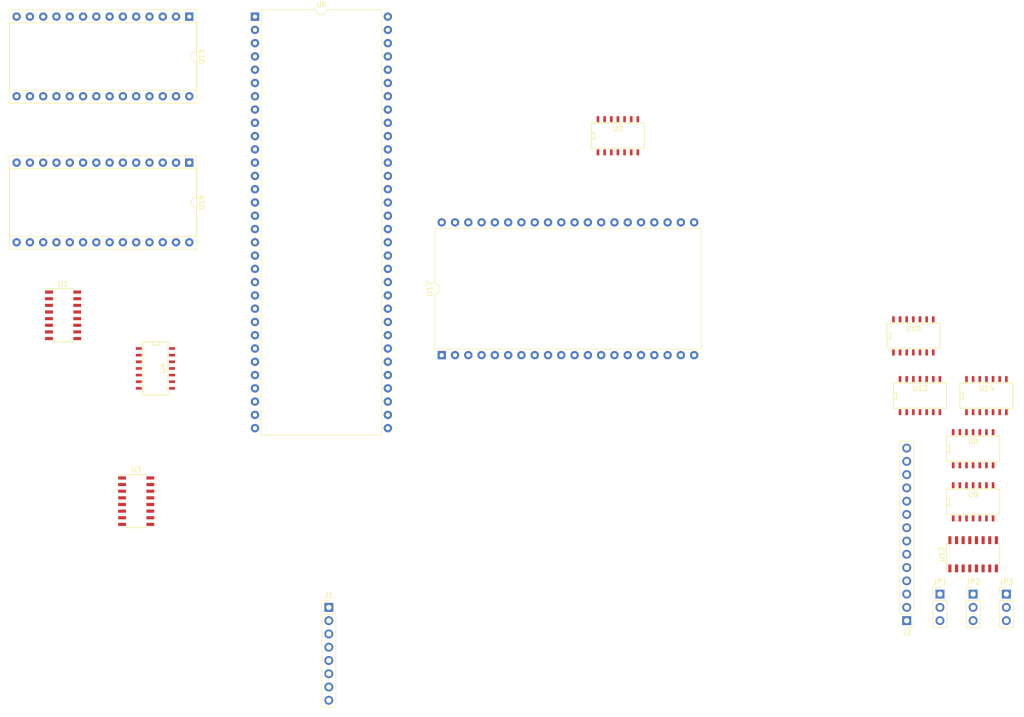
<source format=kicad_pcb>
(kicad_pcb (version 20171130) (host pcbnew 5.0.1-33cea8e~66~ubuntu18.04.1)

  (general
    (thickness 1.6)
    (drawings 0)
    (tracks 0)
    (zones 0)
    (modules 19)
    (nets 137)
  )

  (page USLegal)
  (layers
    (0 F.Cu signal)
    (31 B.Cu signal)
    (32 B.Adhes user)
    (33 F.Adhes user)
    (34 B.Paste user)
    (35 F.Paste user)
    (36 B.SilkS user)
    (37 F.SilkS user)
    (38 B.Mask user)
    (39 F.Mask user)
    (40 Dwgs.User user)
    (41 Cmts.User user)
    (42 Eco1.User user)
    (43 Eco2.User user)
    (44 Edge.Cuts user)
    (45 Margin user)
    (46 B.CrtYd user)
    (47 F.CrtYd user)
    (48 B.Fab user)
    (49 F.Fab user)
  )

  (setup
    (last_trace_width 0.25)
    (trace_clearance 0.2)
    (zone_clearance 0.508)
    (zone_45_only no)
    (trace_min 0.2)
    (segment_width 0.2)
    (edge_width 0.15)
    (via_size 0.8)
    (via_drill 0.4)
    (via_min_size 0.4)
    (via_min_drill 0.3)
    (uvia_size 0.3)
    (uvia_drill 0.1)
    (uvias_allowed no)
    (uvia_min_size 0.2)
    (uvia_min_drill 0.1)
    (pcb_text_width 0.3)
    (pcb_text_size 1.5 1.5)
    (mod_edge_width 0.15)
    (mod_text_size 1 1)
    (mod_text_width 0.15)
    (pad_size 1.524 1.524)
    (pad_drill 0.762)
    (pad_to_mask_clearance 0.051)
    (solder_mask_min_width 0.25)
    (aux_axis_origin 0 0)
    (visible_elements FFFFFF7F)
    (pcbplotparams
      (layerselection 0x010fc_ffffffff)
      (usegerberextensions false)
      (usegerberattributes false)
      (usegerberadvancedattributes false)
      (creategerberjobfile false)
      (excludeedgelayer true)
      (linewidth 0.100000)
      (plotframeref false)
      (viasonmask false)
      (mode 1)
      (useauxorigin false)
      (hpglpennumber 1)
      (hpglpenspeed 20)
      (hpglpendiameter 15.000000)
      (psnegative false)
      (psa4output false)
      (plotreference true)
      (plotvalue true)
      (plotinvisibletext false)
      (padsonsilk false)
      (subtractmaskfromsilk false)
      (outputformat 1)
      (mirror false)
      (drillshape 1)
      (scaleselection 1)
      (outputdirectory ""))
  )

  (net 0 "")
  (net 1 CTS-B-SERIAL)
  (net 2 RTS-B-SERIAL)
  (net 3 RxD-B-SERIAL)
  (net 4 TxD-B-SERIAL)
  (net 5 CTS-A-SERIAL)
  (net 6 RTS-A-SERIAL)
  (net 7 RxD-A-SERIAL)
  (net 8 TxD-A-SERIAL)
  (net 9 A23)
  (net 10 A22)
  (net 11 A21)
  (net 12 A20)
  (net 13 A19)
  (net 14 A18)
  (net 15 A17)
  (net 16 A16)
  (net 17 "Net-(J2-Pad6)")
  (net 18 LDS)
  (net 19 UDS)
  (net 20 EXT_DUART_CS)
  (net 21 EXT_RAM_CS)
  (net 22 EXT_ROM_CS)
  (net 23 RAM_CS)
  (net 24 ROM_CS_JMPR)
  (net 25 DUART_CS)
  (net 26 DUART_CS_JMPR)
  (net 27 RAM_CS_JMPR)
  (net 28 DUART_IRQ)
  (net 29 "Net-(U1-Pad2)")
  (net 30 "Net-(U1-Pad3)")
  (net 31 "Net-(U1-Pad4)")
  (net 32 GND)
  (net 33 /IPL2)
  (net 34 /IPL1)
  (net 35 /IPL0)
  (net 36 "Net-(U1-Pad11)")
  (net 37 "Net-(U1-Pad12)")
  (net 38 "Net-(U1-Pad13)")
  (net 39 "Net-(U1-Pad14)")
  (net 40 "Net-(U1-Pad15)")
  (net 41 +5V)
  (net 42 "Net-(U10-Pad13)")
  (net 43 "Net-(U10-Pad9)")
  (net 44 ROM_CS)
  (net 45 "Net-(U10-Pad12)")
  (net 46 "Net-(U2-Pad5)")
  (net 47 OE)
  (net 48 RW)
  (net 49 "Net-(U10-Pad1)")
  (net 50 "Net-(U3-Pad15)")
  (net 51 "Net-(U3-Pad14)")
  (net 52 "Net-(U3-Pad13)")
  (net 53 "Net-(U3-Pad12)")
  (net 54 DUART_IACK)
  (net 55 "Net-(U3-Pad10)")
  (net 56 "Net-(U3-Pad9)")
  (net 57 "Net-(U3-Pad7)")
  (net 58 "Net-(U3-Pad5)")
  (net 59 AS)
  (net 60 A3)
  (net 61 A2)
  (net 62 A1)
  (net 63 /FC2)
  (net 64 /FC1)
  (net 65 /FC0)
  (net 66 D5)
  (net 67 A4)
  (net 68 D6)
  (net 69 D7)
  (net 70 D8)
  (net 71 D9)
  (net 72 D10)
  (net 73 D11)
  (net 74 D12)
  (net 75 D13)
  (net 76 D14)
  (net 77 D15)
  (net 78 "Net-(U6-Pad20)")
  (net 79 "Net-(U6-Pad19)")
  (net 80 RESET)
  (net 81 SYS_CLK)
  (net 82 A15)
  (net 83 "Net-(U6-Pad11)")
  (net 84 A14)
  (net 85 DTACK)
  (net 86 A13)
  (net 87 A12)
  (net 88 A11)
  (net 89 A10)
  (net 90 A9)
  (net 91 D0)
  (net 92 A8)
  (net 93 D1)
  (net 94 A7)
  (net 95 D2)
  (net 96 A6)
  (net 97 D3)
  (net 98 A5)
  (net 99 D4)
  (net 100 "Net-(U10-Pad10)")
  (net 101 ROM_LDS)
  (net 102 RAM_LDS)
  (net 103 RAM_UDS)
  (net 104 "Net-(U10-Pad5)")
  (net 105 "Net-(U10-Pad4)")
  (net 106 "Net-(U10-Pad3)")
  (net 107 "Net-(U12-Pad7)")
  (net 108 "Net-(U12-Pad9)")
  (net 109 "Net-(U12-Pad10)")
  (net 110 "Net-(U12-Pad11)")
  (net 111 "Net-(U12-Pad12)")
  (net 112 "Net-(U12-Pad13)")
  (net 113 "Net-(U12-Pad14)")
  (net 114 "Net-(U13-Pad6)")
  (net 115 "Net-(U13-Pad4)")
  (net 116 ROM_UDS)
  (net 117 "Net-(U17-Pad39)")
  (net 118 "Net-(U17-Pad38)")
  (net 119 "Net-(U17-Pad36)")
  (net 120 "Net-(U17-Pad15)")
  (net 121 "Net-(U17-Pad14)")
  (net 122 "Net-(U17-Pad33)")
  (net 123 "Net-(U17-Pad13)")
  (net 124 DUART_CLK)
  (net 125 RTS-B)
  (net 126 RxD-A)
  (net 127 TxD-B)
  (net 128 TxD-A)
  (net 129 RxD-B)
  (net 130 RTS-A)
  (net 131 "Net-(U17-Pad28)")
  (net 132 "Net-(U17-Pad27)")
  (net 133 CTS-A)
  (net 134 "Net-(U17-Pad26)")
  (net 135 CTS-B)
  (net 136 "Net-(U17-Pad2)")

  (net_class Default "This is the default net class."
    (clearance 0.2)
    (trace_width 0.25)
    (via_dia 0.8)
    (via_drill 0.4)
    (uvia_dia 0.3)
    (uvia_drill 0.1)
    (add_net +5V)
    (add_net /FC0)
    (add_net /FC1)
    (add_net /FC2)
    (add_net /IPL0)
    (add_net /IPL1)
    (add_net /IPL2)
    (add_net A1)
    (add_net A10)
    (add_net A11)
    (add_net A12)
    (add_net A13)
    (add_net A14)
    (add_net A15)
    (add_net A16)
    (add_net A17)
    (add_net A18)
    (add_net A19)
    (add_net A2)
    (add_net A20)
    (add_net A21)
    (add_net A22)
    (add_net A23)
    (add_net A3)
    (add_net A4)
    (add_net A5)
    (add_net A6)
    (add_net A7)
    (add_net A8)
    (add_net A9)
    (add_net AS)
    (add_net CTS-A)
    (add_net CTS-A-SERIAL)
    (add_net CTS-B)
    (add_net CTS-B-SERIAL)
    (add_net D0)
    (add_net D1)
    (add_net D10)
    (add_net D11)
    (add_net D12)
    (add_net D13)
    (add_net D14)
    (add_net D15)
    (add_net D2)
    (add_net D3)
    (add_net D4)
    (add_net D5)
    (add_net D6)
    (add_net D7)
    (add_net D8)
    (add_net D9)
    (add_net DTACK)
    (add_net DUART_CLK)
    (add_net DUART_CS)
    (add_net DUART_CS_JMPR)
    (add_net DUART_IACK)
    (add_net DUART_IRQ)
    (add_net EXT_DUART_CS)
    (add_net EXT_RAM_CS)
    (add_net EXT_ROM_CS)
    (add_net GND)
    (add_net LDS)
    (add_net "Net-(J2-Pad6)")
    (add_net "Net-(U1-Pad11)")
    (add_net "Net-(U1-Pad12)")
    (add_net "Net-(U1-Pad13)")
    (add_net "Net-(U1-Pad14)")
    (add_net "Net-(U1-Pad15)")
    (add_net "Net-(U1-Pad2)")
    (add_net "Net-(U1-Pad3)")
    (add_net "Net-(U1-Pad4)")
    (add_net "Net-(U10-Pad1)")
    (add_net "Net-(U10-Pad10)")
    (add_net "Net-(U10-Pad12)")
    (add_net "Net-(U10-Pad13)")
    (add_net "Net-(U10-Pad3)")
    (add_net "Net-(U10-Pad4)")
    (add_net "Net-(U10-Pad5)")
    (add_net "Net-(U10-Pad9)")
    (add_net "Net-(U12-Pad10)")
    (add_net "Net-(U12-Pad11)")
    (add_net "Net-(U12-Pad12)")
    (add_net "Net-(U12-Pad13)")
    (add_net "Net-(U12-Pad14)")
    (add_net "Net-(U12-Pad7)")
    (add_net "Net-(U12-Pad9)")
    (add_net "Net-(U13-Pad4)")
    (add_net "Net-(U13-Pad6)")
    (add_net "Net-(U17-Pad13)")
    (add_net "Net-(U17-Pad14)")
    (add_net "Net-(U17-Pad15)")
    (add_net "Net-(U17-Pad2)")
    (add_net "Net-(U17-Pad26)")
    (add_net "Net-(U17-Pad27)")
    (add_net "Net-(U17-Pad28)")
    (add_net "Net-(U17-Pad33)")
    (add_net "Net-(U17-Pad36)")
    (add_net "Net-(U17-Pad38)")
    (add_net "Net-(U17-Pad39)")
    (add_net "Net-(U2-Pad5)")
    (add_net "Net-(U3-Pad10)")
    (add_net "Net-(U3-Pad12)")
    (add_net "Net-(U3-Pad13)")
    (add_net "Net-(U3-Pad14)")
    (add_net "Net-(U3-Pad15)")
    (add_net "Net-(U3-Pad5)")
    (add_net "Net-(U3-Pad7)")
    (add_net "Net-(U3-Pad9)")
    (add_net "Net-(U6-Pad11)")
    (add_net "Net-(U6-Pad19)")
    (add_net "Net-(U6-Pad20)")
    (add_net OE)
    (add_net RAM_CS)
    (add_net RAM_CS_JMPR)
    (add_net RAM_LDS)
    (add_net RAM_UDS)
    (add_net RESET)
    (add_net ROM_CS)
    (add_net ROM_CS_JMPR)
    (add_net ROM_LDS)
    (add_net ROM_UDS)
    (add_net RTS-A)
    (add_net RTS-A-SERIAL)
    (add_net RTS-B)
    (add_net RTS-B-SERIAL)
    (add_net RW)
    (add_net RxD-A)
    (add_net RxD-A-SERIAL)
    (add_net RxD-B)
    (add_net RxD-B-SERIAL)
    (add_net SYS_CLK)
    (add_net TxD-A)
    (add_net TxD-A-SERIAL)
    (add_net TxD-B)
    (add_net TxD-B-SERIAL)
    (add_net UDS)
  )

  (module Pin_Headers:Pin_Header_Straight_1x08_Pitch2.54mm (layer F.Cu) (tedit 59650532) (tstamp 5BC44A13)
    (at 88.9 140.97)
    (descr "Through hole straight pin header, 1x08, 2.54mm pitch, single row")
    (tags "Through hole pin header THT 1x08 2.54mm single row")
    (path /5BC30D7C/5BC756E2)
    (fp_text reference J1 (at 0 -2.33) (layer F.SilkS)
      (effects (font (size 1 1) (thickness 0.15)))
    )
    (fp_text value Serial_Connections (at 0 20.11) (layer F.Fab)
      (effects (font (size 1 1) (thickness 0.15)))
    )
    (fp_text user %R (at 0 8.89 90) (layer F.Fab)
      (effects (font (size 1 1) (thickness 0.15)))
    )
    (fp_line (start 1.8 -1.8) (end -1.8 -1.8) (layer F.CrtYd) (width 0.05))
    (fp_line (start 1.8 19.55) (end 1.8 -1.8) (layer F.CrtYd) (width 0.05))
    (fp_line (start -1.8 19.55) (end 1.8 19.55) (layer F.CrtYd) (width 0.05))
    (fp_line (start -1.8 -1.8) (end -1.8 19.55) (layer F.CrtYd) (width 0.05))
    (fp_line (start -1.33 -1.33) (end 0 -1.33) (layer F.SilkS) (width 0.12))
    (fp_line (start -1.33 0) (end -1.33 -1.33) (layer F.SilkS) (width 0.12))
    (fp_line (start -1.33 1.27) (end 1.33 1.27) (layer F.SilkS) (width 0.12))
    (fp_line (start 1.33 1.27) (end 1.33 19.11) (layer F.SilkS) (width 0.12))
    (fp_line (start -1.33 1.27) (end -1.33 19.11) (layer F.SilkS) (width 0.12))
    (fp_line (start -1.33 19.11) (end 1.33 19.11) (layer F.SilkS) (width 0.12))
    (fp_line (start -1.27 -0.635) (end -0.635 -1.27) (layer F.Fab) (width 0.1))
    (fp_line (start -1.27 19.05) (end -1.27 -0.635) (layer F.Fab) (width 0.1))
    (fp_line (start 1.27 19.05) (end -1.27 19.05) (layer F.Fab) (width 0.1))
    (fp_line (start 1.27 -1.27) (end 1.27 19.05) (layer F.Fab) (width 0.1))
    (fp_line (start -0.635 -1.27) (end 1.27 -1.27) (layer F.Fab) (width 0.1))
    (pad 8 thru_hole oval (at 0 17.78) (size 1.7 1.7) (drill 1) (layers *.Cu *.Mask)
      (net 1 CTS-B-SERIAL))
    (pad 7 thru_hole oval (at 0 15.24) (size 1.7 1.7) (drill 1) (layers *.Cu *.Mask)
      (net 2 RTS-B-SERIAL))
    (pad 6 thru_hole oval (at 0 12.7) (size 1.7 1.7) (drill 1) (layers *.Cu *.Mask)
      (net 3 RxD-B-SERIAL))
    (pad 5 thru_hole oval (at 0 10.16) (size 1.7 1.7) (drill 1) (layers *.Cu *.Mask)
      (net 4 TxD-B-SERIAL))
    (pad 4 thru_hole oval (at 0 7.62) (size 1.7 1.7) (drill 1) (layers *.Cu *.Mask)
      (net 5 CTS-A-SERIAL))
    (pad 3 thru_hole oval (at 0 5.08) (size 1.7 1.7) (drill 1) (layers *.Cu *.Mask)
      (net 6 RTS-A-SERIAL))
    (pad 2 thru_hole oval (at 0 2.54) (size 1.7 1.7) (drill 1) (layers *.Cu *.Mask)
      (net 7 RxD-A-SERIAL))
    (pad 1 thru_hole rect (at 0 0) (size 1.7 1.7) (drill 1) (layers *.Cu *.Mask)
      (net 8 TxD-A-SERIAL))
    (model ${KISYS3DMOD}/Pin_Headers.3dshapes/Pin_Header_Straight_1x08_Pitch2.54mm.wrl
      (at (xyz 0 0 0))
      (scale (xyz 1 1 1))
      (rotate (xyz 0 0 0))
    )
  )

  (module Pin_Headers:Pin_Header_Straight_1x14_Pitch2.54mm (layer F.Cu) (tedit 59650532) (tstamp 5BC44A35)
    (at 199.39 143.51 180)
    (descr "Through hole straight pin header, 1x14, 2.54mm pitch, single row")
    (tags "Through hole pin header THT 1x14 2.54mm single row")
    (path /5BC30D7C/5BCD7D12)
    (fp_text reference J2 (at 0 -2.33 180) (layer F.SilkS)
      (effects (font (size 1 1) (thickness 0.15)))
    )
    (fp_text value Ext_Signal (at 0 35.35 180) (layer F.Fab)
      (effects (font (size 1 1) (thickness 0.15)))
    )
    (fp_text user %R (at 0 16.51 270) (layer F.Fab)
      (effects (font (size 1 1) (thickness 0.15)))
    )
    (fp_line (start 1.8 -1.8) (end -1.8 -1.8) (layer F.CrtYd) (width 0.05))
    (fp_line (start 1.8 34.8) (end 1.8 -1.8) (layer F.CrtYd) (width 0.05))
    (fp_line (start -1.8 34.8) (end 1.8 34.8) (layer F.CrtYd) (width 0.05))
    (fp_line (start -1.8 -1.8) (end -1.8 34.8) (layer F.CrtYd) (width 0.05))
    (fp_line (start -1.33 -1.33) (end 0 -1.33) (layer F.SilkS) (width 0.12))
    (fp_line (start -1.33 0) (end -1.33 -1.33) (layer F.SilkS) (width 0.12))
    (fp_line (start -1.33 1.27) (end 1.33 1.27) (layer F.SilkS) (width 0.12))
    (fp_line (start 1.33 1.27) (end 1.33 34.35) (layer F.SilkS) (width 0.12))
    (fp_line (start -1.33 1.27) (end -1.33 34.35) (layer F.SilkS) (width 0.12))
    (fp_line (start -1.33 34.35) (end 1.33 34.35) (layer F.SilkS) (width 0.12))
    (fp_line (start -1.27 -0.635) (end -0.635 -1.27) (layer F.Fab) (width 0.1))
    (fp_line (start -1.27 34.29) (end -1.27 -0.635) (layer F.Fab) (width 0.1))
    (fp_line (start 1.27 34.29) (end -1.27 34.29) (layer F.Fab) (width 0.1))
    (fp_line (start 1.27 -1.27) (end 1.27 34.29) (layer F.Fab) (width 0.1))
    (fp_line (start -0.635 -1.27) (end 1.27 -1.27) (layer F.Fab) (width 0.1))
    (pad 14 thru_hole oval (at 0 33.02 180) (size 1.7 1.7) (drill 1) (layers *.Cu *.Mask)
      (net 9 A23))
    (pad 13 thru_hole oval (at 0 30.48 180) (size 1.7 1.7) (drill 1) (layers *.Cu *.Mask)
      (net 10 A22))
    (pad 12 thru_hole oval (at 0 27.94 180) (size 1.7 1.7) (drill 1) (layers *.Cu *.Mask)
      (net 11 A21))
    (pad 11 thru_hole oval (at 0 25.4 180) (size 1.7 1.7) (drill 1) (layers *.Cu *.Mask)
      (net 12 A20))
    (pad 10 thru_hole oval (at 0 22.86 180) (size 1.7 1.7) (drill 1) (layers *.Cu *.Mask)
      (net 13 A19))
    (pad 9 thru_hole oval (at 0 20.32 180) (size 1.7 1.7) (drill 1) (layers *.Cu *.Mask)
      (net 14 A18))
    (pad 8 thru_hole oval (at 0 17.78 180) (size 1.7 1.7) (drill 1) (layers *.Cu *.Mask)
      (net 15 A17))
    (pad 7 thru_hole oval (at 0 15.24 180) (size 1.7 1.7) (drill 1) (layers *.Cu *.Mask)
      (net 16 A16))
    (pad 6 thru_hole oval (at 0 12.7 180) (size 1.7 1.7) (drill 1) (layers *.Cu *.Mask)
      (net 17 "Net-(J2-Pad6)"))
    (pad 5 thru_hole oval (at 0 10.16 180) (size 1.7 1.7) (drill 1) (layers *.Cu *.Mask)
      (net 18 LDS))
    (pad 4 thru_hole oval (at 0 7.62 180) (size 1.7 1.7) (drill 1) (layers *.Cu *.Mask)
      (net 19 UDS))
    (pad 3 thru_hole oval (at 0 5.08 180) (size 1.7 1.7) (drill 1) (layers *.Cu *.Mask)
      (net 20 EXT_DUART_CS))
    (pad 2 thru_hole oval (at 0 2.54 180) (size 1.7 1.7) (drill 1) (layers *.Cu *.Mask)
      (net 21 EXT_RAM_CS))
    (pad 1 thru_hole rect (at 0 0 180) (size 1.7 1.7) (drill 1) (layers *.Cu *.Mask)
      (net 22 EXT_ROM_CS))
    (model ${KISYS3DMOD}/Pin_Headers.3dshapes/Pin_Header_Straight_1x14_Pitch2.54mm.wrl
      (at (xyz 0 0 0))
      (scale (xyz 1 1 1))
      (rotate (xyz 0 0 0))
    )
  )

  (module Pin_Headers:Pin_Header_Straight_1x03_Pitch2.54mm (layer F.Cu) (tedit 59650532) (tstamp 5BC44A4C)
    (at 205.74 138.43)
    (descr "Through hole straight pin header, 1x03, 2.54mm pitch, single row")
    (tags "Through hole pin header THT 1x03 2.54mm single row")
    (path /5BD91A8E/5BC8F171)
    (fp_text reference JP1 (at 0 -2.33) (layer F.SilkS)
      (effects (font (size 1 1) (thickness 0.15)))
    )
    (fp_text value Ext_ROM_CS (at 2.54 2.54 90) (layer F.Fab)
      (effects (font (size 1 1) (thickness 0.15)))
    )
    (fp_text user %R (at 0 2.54 90) (layer F.Fab)
      (effects (font (size 1 1) (thickness 0.15)))
    )
    (fp_line (start 1.8 -1.8) (end -1.8 -1.8) (layer F.CrtYd) (width 0.05))
    (fp_line (start 1.8 6.85) (end 1.8 -1.8) (layer F.CrtYd) (width 0.05))
    (fp_line (start -1.8 6.85) (end 1.8 6.85) (layer F.CrtYd) (width 0.05))
    (fp_line (start -1.8 -1.8) (end -1.8 6.85) (layer F.CrtYd) (width 0.05))
    (fp_line (start -1.33 -1.33) (end 0 -1.33) (layer F.SilkS) (width 0.12))
    (fp_line (start -1.33 0) (end -1.33 -1.33) (layer F.SilkS) (width 0.12))
    (fp_line (start -1.33 1.27) (end 1.33 1.27) (layer F.SilkS) (width 0.12))
    (fp_line (start 1.33 1.27) (end 1.33 6.41) (layer F.SilkS) (width 0.12))
    (fp_line (start -1.33 1.27) (end -1.33 6.41) (layer F.SilkS) (width 0.12))
    (fp_line (start -1.33 6.41) (end 1.33 6.41) (layer F.SilkS) (width 0.12))
    (fp_line (start -1.27 -0.635) (end -0.635 -1.27) (layer F.Fab) (width 0.1))
    (fp_line (start -1.27 6.35) (end -1.27 -0.635) (layer F.Fab) (width 0.1))
    (fp_line (start 1.27 6.35) (end -1.27 6.35) (layer F.Fab) (width 0.1))
    (fp_line (start 1.27 -1.27) (end 1.27 6.35) (layer F.Fab) (width 0.1))
    (fp_line (start -0.635 -1.27) (end 1.27 -1.27) (layer F.Fab) (width 0.1))
    (pad 3 thru_hole oval (at 0 5.08) (size 1.7 1.7) (drill 1) (layers *.Cu *.Mask)
      (net 22 EXT_ROM_CS))
    (pad 2 thru_hole oval (at 0 2.54) (size 1.7 1.7) (drill 1) (layers *.Cu *.Mask)
      (net 23 RAM_CS))
    (pad 1 thru_hole rect (at 0 0) (size 1.7 1.7) (drill 1) (layers *.Cu *.Mask)
      (net 24 ROM_CS_JMPR))
    (model ${KISYS3DMOD}/Pin_Headers.3dshapes/Pin_Header_Straight_1x03_Pitch2.54mm.wrl
      (at (xyz 0 0 0))
      (scale (xyz 1 1 1))
      (rotate (xyz 0 0 0))
    )
  )

  (module Pin_Headers:Pin_Header_Straight_1x03_Pitch2.54mm (layer F.Cu) (tedit 59650532) (tstamp 5BC44A63)
    (at 212.09 138.43)
    (descr "Through hole straight pin header, 1x03, 2.54mm pitch, single row")
    (tags "Through hole pin header THT 1x03 2.54mm single row")
    (path /5BD91A8E/5BC8F021)
    (fp_text reference JP2 (at 0 -2.33) (layer F.SilkS)
      (effects (font (size 1 1) (thickness 0.15)))
    )
    (fp_text value Ext_DUART_CS (at 2.54 2.54 90) (layer F.Fab)
      (effects (font (size 1 1) (thickness 0.15)))
    )
    (fp_text user %R (at 0 2.54 90) (layer F.Fab)
      (effects (font (size 1 1) (thickness 0.15)))
    )
    (fp_line (start 1.8 -1.8) (end -1.8 -1.8) (layer F.CrtYd) (width 0.05))
    (fp_line (start 1.8 6.85) (end 1.8 -1.8) (layer F.CrtYd) (width 0.05))
    (fp_line (start -1.8 6.85) (end 1.8 6.85) (layer F.CrtYd) (width 0.05))
    (fp_line (start -1.8 -1.8) (end -1.8 6.85) (layer F.CrtYd) (width 0.05))
    (fp_line (start -1.33 -1.33) (end 0 -1.33) (layer F.SilkS) (width 0.12))
    (fp_line (start -1.33 0) (end -1.33 -1.33) (layer F.SilkS) (width 0.12))
    (fp_line (start -1.33 1.27) (end 1.33 1.27) (layer F.SilkS) (width 0.12))
    (fp_line (start 1.33 1.27) (end 1.33 6.41) (layer F.SilkS) (width 0.12))
    (fp_line (start -1.33 1.27) (end -1.33 6.41) (layer F.SilkS) (width 0.12))
    (fp_line (start -1.33 6.41) (end 1.33 6.41) (layer F.SilkS) (width 0.12))
    (fp_line (start -1.27 -0.635) (end -0.635 -1.27) (layer F.Fab) (width 0.1))
    (fp_line (start -1.27 6.35) (end -1.27 -0.635) (layer F.Fab) (width 0.1))
    (fp_line (start 1.27 6.35) (end -1.27 6.35) (layer F.Fab) (width 0.1))
    (fp_line (start 1.27 -1.27) (end 1.27 6.35) (layer F.Fab) (width 0.1))
    (fp_line (start -0.635 -1.27) (end 1.27 -1.27) (layer F.Fab) (width 0.1))
    (pad 3 thru_hole oval (at 0 5.08) (size 1.7 1.7) (drill 1) (layers *.Cu *.Mask)
      (net 20 EXT_DUART_CS))
    (pad 2 thru_hole oval (at 0 2.54) (size 1.7 1.7) (drill 1) (layers *.Cu *.Mask)
      (net 25 DUART_CS))
    (pad 1 thru_hole rect (at 0 0) (size 1.7 1.7) (drill 1) (layers *.Cu *.Mask)
      (net 26 DUART_CS_JMPR))
    (model ${KISYS3DMOD}/Pin_Headers.3dshapes/Pin_Header_Straight_1x03_Pitch2.54mm.wrl
      (at (xyz 0 0 0))
      (scale (xyz 1 1 1))
      (rotate (xyz 0 0 0))
    )
  )

  (module Pin_Headers:Pin_Header_Straight_1x03_Pitch2.54mm (layer F.Cu) (tedit 59650532) (tstamp 5BC44A7A)
    (at 218.44 138.43)
    (descr "Through hole straight pin header, 1x03, 2.54mm pitch, single row")
    (tags "Through hole pin header THT 1x03 2.54mm single row")
    (path /5BD91A8E/5BC8F0D3)
    (fp_text reference JP3 (at 0 -2.33) (layer F.SilkS)
      (effects (font (size 1 1) (thickness 0.15)))
    )
    (fp_text value Ext_RAM_CS (at 2.54 2.54 90) (layer F.Fab)
      (effects (font (size 1 1) (thickness 0.15)))
    )
    (fp_line (start -0.635 -1.27) (end 1.27 -1.27) (layer F.Fab) (width 0.1))
    (fp_line (start 1.27 -1.27) (end 1.27 6.35) (layer F.Fab) (width 0.1))
    (fp_line (start 1.27 6.35) (end -1.27 6.35) (layer F.Fab) (width 0.1))
    (fp_line (start -1.27 6.35) (end -1.27 -0.635) (layer F.Fab) (width 0.1))
    (fp_line (start -1.27 -0.635) (end -0.635 -1.27) (layer F.Fab) (width 0.1))
    (fp_line (start -1.33 6.41) (end 1.33 6.41) (layer F.SilkS) (width 0.12))
    (fp_line (start -1.33 1.27) (end -1.33 6.41) (layer F.SilkS) (width 0.12))
    (fp_line (start 1.33 1.27) (end 1.33 6.41) (layer F.SilkS) (width 0.12))
    (fp_line (start -1.33 1.27) (end 1.33 1.27) (layer F.SilkS) (width 0.12))
    (fp_line (start -1.33 0) (end -1.33 -1.33) (layer F.SilkS) (width 0.12))
    (fp_line (start -1.33 -1.33) (end 0 -1.33) (layer F.SilkS) (width 0.12))
    (fp_line (start -1.8 -1.8) (end -1.8 6.85) (layer F.CrtYd) (width 0.05))
    (fp_line (start -1.8 6.85) (end 1.8 6.85) (layer F.CrtYd) (width 0.05))
    (fp_line (start 1.8 6.85) (end 1.8 -1.8) (layer F.CrtYd) (width 0.05))
    (fp_line (start 1.8 -1.8) (end -1.8 -1.8) (layer F.CrtYd) (width 0.05))
    (fp_text user %R (at 0 2.54 90) (layer F.Fab)
      (effects (font (size 1 1) (thickness 0.15)))
    )
    (pad 1 thru_hole rect (at 0 0) (size 1.7 1.7) (drill 1) (layers *.Cu *.Mask)
      (net 27 RAM_CS_JMPR))
    (pad 2 thru_hole oval (at 0 2.54) (size 1.7 1.7) (drill 1) (layers *.Cu *.Mask)
      (net 23 RAM_CS))
    (pad 3 thru_hole oval (at 0 5.08) (size 1.7 1.7) (drill 1) (layers *.Cu *.Mask)
      (net 21 EXT_RAM_CS))
    (model ${KISYS3DMOD}/Pin_Headers.3dshapes/Pin_Header_Straight_1x03_Pitch2.54mm.wrl
      (at (xyz 0 0 0))
      (scale (xyz 1 1 1))
      (rotate (xyz 0 0 0))
    )
  )

  (module soic-footprint:SOIC-16_3.9x9.9mm_P1.27mm (layer F.Cu) (tedit 5A02F2D3) (tstamp 5BC44A9F)
    (at 38.1 85.09)
    (descr "16-Lead Plastic Small Outline (SL) - Narrow, 3.90 mm Body [SOIC] (see Microchip Packaging Specification 00000049BS.pdf)")
    (tags "SOIC 1.27")
    (path /5BBF46DF)
    (attr smd)
    (fp_text reference U1 (at 0 -6) (layer F.SilkS)
      (effects (font (size 1 1) (thickness 0.15)))
    )
    (fp_text value 74LS148 (at 0 6) (layer F.Fab)
      (effects (font (size 1 1) (thickness 0.15)))
    )
    (fp_text user %R (at 0 0) (layer F.Fab)
      (effects (font (size 0.9 0.9) (thickness 0.135)))
    )
    (fp_line (start -0.95 -4.95) (end 1.95 -4.95) (layer F.Fab) (width 0.15))
    (fp_line (start 1.95 -4.95) (end 1.95 4.95) (layer F.Fab) (width 0.15))
    (fp_line (start 1.95 4.95) (end -1.95 4.95) (layer F.Fab) (width 0.15))
    (fp_line (start -1.95 4.95) (end -1.95 -3.95) (layer F.Fab) (width 0.15))
    (fp_line (start -1.95 -3.95) (end -0.95 -4.95) (layer F.Fab) (width 0.15))
    (fp_line (start -3.7 -5.25) (end -3.7 5.25) (layer F.CrtYd) (width 0.05))
    (fp_line (start 3.7 -5.25) (end 3.7 5.25) (layer F.CrtYd) (width 0.05))
    (fp_line (start -3.7 -5.25) (end 3.7 -5.25) (layer F.CrtYd) (width 0.05))
    (fp_line (start -3.7 5.25) (end 3.7 5.25) (layer F.CrtYd) (width 0.05))
    (fp_line (start -2.075 -5.075) (end -2.075 -5.05) (layer F.SilkS) (width 0.15))
    (fp_line (start 2.075 -5.075) (end 2.075 -4.97) (layer F.SilkS) (width 0.15))
    (fp_line (start 2.075 5.075) (end 2.075 4.97) (layer F.SilkS) (width 0.15))
    (fp_line (start -2.075 5.075) (end -2.075 4.97) (layer F.SilkS) (width 0.15))
    (fp_line (start -2.075 -5.075) (end 2.075 -5.075) (layer F.SilkS) (width 0.15))
    (fp_line (start -2.075 5.075) (end 2.075 5.075) (layer F.SilkS) (width 0.15))
    (fp_line (start -2.075 -5.05) (end -3.45 -5.05) (layer F.SilkS) (width 0.15))
    (pad 1 smd rect (at -2.7 -4.445) (size 1.5 0.6) (layers F.Cu F.Paste F.Mask)
      (net 28 DUART_IRQ))
    (pad 2 smd rect (at -2.7 -3.175) (size 1.5 0.6) (layers F.Cu F.Paste F.Mask)
      (net 29 "Net-(U1-Pad2)"))
    (pad 3 smd rect (at -2.7 -1.905) (size 1.5 0.6) (layers F.Cu F.Paste F.Mask)
      (net 30 "Net-(U1-Pad3)"))
    (pad 4 smd rect (at -2.7 -0.635) (size 1.5 0.6) (layers F.Cu F.Paste F.Mask)
      (net 31 "Net-(U1-Pad4)"))
    (pad 5 smd rect (at -2.7 0.635) (size 1.5 0.6) (layers F.Cu F.Paste F.Mask)
      (net 32 GND))
    (pad 6 smd rect (at -2.7 1.905) (size 1.5 0.6) (layers F.Cu F.Paste F.Mask)
      (net 33 /IPL2))
    (pad 7 smd rect (at -2.7 3.175) (size 1.5 0.6) (layers F.Cu F.Paste F.Mask)
      (net 34 /IPL1))
    (pad 8 smd rect (at -2.7 4.445) (size 1.5 0.6) (layers F.Cu F.Paste F.Mask)
      (net 32 GND))
    (pad 9 smd rect (at 2.7 4.445) (size 1.5 0.6) (layers F.Cu F.Paste F.Mask)
      (net 35 /IPL0))
    (pad 10 smd rect (at 2.7 3.175) (size 1.5 0.6) (layers F.Cu F.Paste F.Mask)
      (net 32 GND))
    (pad 11 smd rect (at 2.7 1.905) (size 1.5 0.6) (layers F.Cu F.Paste F.Mask)
      (net 36 "Net-(U1-Pad11)"))
    (pad 12 smd rect (at 2.7 0.635) (size 1.5 0.6) (layers F.Cu F.Paste F.Mask)
      (net 37 "Net-(U1-Pad12)"))
    (pad 13 smd rect (at 2.7 -0.635) (size 1.5 0.6) (layers F.Cu F.Paste F.Mask)
      (net 38 "Net-(U1-Pad13)"))
    (pad 14 smd rect (at 2.7 -1.905) (size 1.5 0.6) (layers F.Cu F.Paste F.Mask)
      (net 39 "Net-(U1-Pad14)"))
    (pad 15 smd rect (at 2.7 -3.175) (size 1.5 0.6) (layers F.Cu F.Paste F.Mask)
      (net 40 "Net-(U1-Pad15)"))
    (pad 16 smd rect (at 2.7 -4.445) (size 1.5 0.6) (layers F.Cu F.Paste F.Mask)
      (net 41 +5V))
    (model ${KISYS3DMOD}/Package_SO.3dshapes/SOIC-16_3.9x9.9mm_P1.27mm.wrl
      (at (xyz 0 0 0))
      (scale (xyz 1 1 1))
      (rotate (xyz 0 0 0))
    )
  )

  (module SMD_Packages:SOIC-14_N (layer F.Cu) (tedit 0) (tstamp 5BC44AB8)
    (at 144.175001 50.6095)
    (descr "Module CMS SOJ 14 pins Large")
    (tags "CMS SOJ")
    (path /5BC27323)
    (attr smd)
    (fp_text reference U2 (at 0 -1.27) (layer F.SilkS)
      (effects (font (size 1 1) (thickness 0.15)))
    )
    (fp_text value 74LS04 (at 0 1.27) (layer F.Fab)
      (effects (font (size 1 1) (thickness 0.15)))
    )
    (fp_line (start -4.445 0.762) (end -5.08 0.762) (layer F.SilkS) (width 0.15))
    (fp_line (start -4.445 -0.508) (end -4.445 0.762) (layer F.SilkS) (width 0.15))
    (fp_line (start -5.08 -0.508) (end -4.445 -0.508) (layer F.SilkS) (width 0.15))
    (fp_line (start -5.08 -2.286) (end 5.08 -2.286) (layer F.SilkS) (width 0.15))
    (fp_line (start -5.08 2.54) (end -5.08 -2.286) (layer F.SilkS) (width 0.15))
    (fp_line (start 5.08 2.54) (end -5.08 2.54) (layer F.SilkS) (width 0.15))
    (fp_line (start 5.08 -2.286) (end 5.08 2.54) (layer F.SilkS) (width 0.15))
    (pad 10 smd rect (at 1.27 -3.048) (size 0.508 1.143) (layers F.Cu F.Paste F.Mask)
      (net 42 "Net-(U10-Pad13)"))
    (pad 14 smd rect (at -3.81 -3.048) (size 0.508 1.143) (layers F.Cu F.Paste F.Mask)
      (net 41 +5V))
    (pad 13 smd rect (at -2.54 -3.048) (size 0.508 1.143) (layers F.Cu F.Paste F.Mask)
      (net 23 RAM_CS))
    (pad 12 smd rect (at -1.27 -3.048) (size 0.508 1.143) (layers F.Cu F.Paste F.Mask)
      (net 43 "Net-(U10-Pad9)"))
    (pad 11 smd rect (at 0 -3.048) (size 0.508 1.143) (layers F.Cu F.Paste F.Mask)
      (net 18 LDS))
    (pad 9 smd rect (at 2.54 -3.048) (size 0.508 1.143) (layers F.Cu F.Paste F.Mask)
      (net 44 ROM_CS))
    (pad 8 smd rect (at 3.81 -3.048) (size 0.508 1.143) (layers F.Cu F.Paste F.Mask)
      (net 45 "Net-(U10-Pad12)"))
    (pad 7 smd rect (at 3.81 3.302) (size 0.508 1.143) (layers F.Cu F.Paste F.Mask)
      (net 32 GND))
    (pad 6 smd rect (at 2.54 3.302) (size 0.508 1.143) (layers F.Cu F.Paste F.Mask)
      (net 27 RAM_CS_JMPR))
    (pad 5 smd rect (at 1.27 3.302) (size 0.508 1.143) (layers F.Cu F.Paste F.Mask)
      (net 46 "Net-(U2-Pad5)"))
    (pad 4 smd rect (at 0 3.302) (size 0.508 1.143) (layers F.Cu F.Paste F.Mask)
      (net 47 OE))
    (pad 3 smd rect (at -1.27 3.302) (size 0.508 1.143) (layers F.Cu F.Paste F.Mask)
      (net 48 RW))
    (pad 2 smd rect (at -2.54 3.302) (size 0.508 1.143) (layers F.Cu F.Paste F.Mask)
      (net 49 "Net-(U10-Pad1)"))
    (pad 1 smd rect (at -3.81 3.302) (size 0.508 1.143) (layers F.Cu F.Paste F.Mask)
      (net 44 ROM_CS))
    (model SMD_Packages.3dshapes/SOIC-14_N.wrl
      (at (xyz 0 0 0))
      (scale (xyz 0.5 0.4 0.5))
      (rotate (xyz 0 0 0))
    )
  )

  (module soic-footprint:SOIC-16_3.9x9.9mm_P1.27mm (layer F.Cu) (tedit 5A02F2D3) (tstamp 5BC44ADD)
    (at 52.07 120.65)
    (descr "16-Lead Plastic Small Outline (SL) - Narrow, 3.90 mm Body [SOIC] (see Microchip Packaging Specification 00000049BS.pdf)")
    (tags "SOIC 1.27")
    (path /5BC1A1E7)
    (attr smd)
    (fp_text reference U3 (at 0 -6) (layer F.SilkS)
      (effects (font (size 1 1) (thickness 0.15)))
    )
    (fp_text value 74LS138 (at 0 6) (layer F.Fab)
      (effects (font (size 1 1) (thickness 0.15)))
    )
    (fp_line (start -2.075 -5.05) (end -3.45 -5.05) (layer F.SilkS) (width 0.15))
    (fp_line (start -2.075 5.075) (end 2.075 5.075) (layer F.SilkS) (width 0.15))
    (fp_line (start -2.075 -5.075) (end 2.075 -5.075) (layer F.SilkS) (width 0.15))
    (fp_line (start -2.075 5.075) (end -2.075 4.97) (layer F.SilkS) (width 0.15))
    (fp_line (start 2.075 5.075) (end 2.075 4.97) (layer F.SilkS) (width 0.15))
    (fp_line (start 2.075 -5.075) (end 2.075 -4.97) (layer F.SilkS) (width 0.15))
    (fp_line (start -2.075 -5.075) (end -2.075 -5.05) (layer F.SilkS) (width 0.15))
    (fp_line (start -3.7 5.25) (end 3.7 5.25) (layer F.CrtYd) (width 0.05))
    (fp_line (start -3.7 -5.25) (end 3.7 -5.25) (layer F.CrtYd) (width 0.05))
    (fp_line (start 3.7 -5.25) (end 3.7 5.25) (layer F.CrtYd) (width 0.05))
    (fp_line (start -3.7 -5.25) (end -3.7 5.25) (layer F.CrtYd) (width 0.05))
    (fp_line (start -1.95 -3.95) (end -0.95 -4.95) (layer F.Fab) (width 0.15))
    (fp_line (start -1.95 4.95) (end -1.95 -3.95) (layer F.Fab) (width 0.15))
    (fp_line (start 1.95 4.95) (end -1.95 4.95) (layer F.Fab) (width 0.15))
    (fp_line (start 1.95 -4.95) (end 1.95 4.95) (layer F.Fab) (width 0.15))
    (fp_line (start -0.95 -4.95) (end 1.95 -4.95) (layer F.Fab) (width 0.15))
    (fp_text user %R (at 0 0) (layer F.Fab)
      (effects (font (size 0.9 0.9) (thickness 0.135)))
    )
    (pad 16 smd rect (at 2.7 -4.445) (size 1.5 0.6) (layers F.Cu F.Paste F.Mask)
      (net 41 +5V))
    (pad 15 smd rect (at 2.7 -3.175) (size 1.5 0.6) (layers F.Cu F.Paste F.Mask)
      (net 50 "Net-(U3-Pad15)"))
    (pad 14 smd rect (at 2.7 -1.905) (size 1.5 0.6) (layers F.Cu F.Paste F.Mask)
      (net 51 "Net-(U3-Pad14)"))
    (pad 13 smd rect (at 2.7 -0.635) (size 1.5 0.6) (layers F.Cu F.Paste F.Mask)
      (net 52 "Net-(U3-Pad13)"))
    (pad 12 smd rect (at 2.7 0.635) (size 1.5 0.6) (layers F.Cu F.Paste F.Mask)
      (net 53 "Net-(U3-Pad12)"))
    (pad 11 smd rect (at 2.7 1.905) (size 1.5 0.6) (layers F.Cu F.Paste F.Mask)
      (net 54 DUART_IACK))
    (pad 10 smd rect (at 2.7 3.175) (size 1.5 0.6) (layers F.Cu F.Paste F.Mask)
      (net 55 "Net-(U3-Pad10)"))
    (pad 9 smd rect (at 2.7 4.445) (size 1.5 0.6) (layers F.Cu F.Paste F.Mask)
      (net 56 "Net-(U3-Pad9)"))
    (pad 8 smd rect (at -2.7 4.445) (size 1.5 0.6) (layers F.Cu F.Paste F.Mask)
      (net 32 GND))
    (pad 7 smd rect (at -2.7 3.175) (size 1.5 0.6) (layers F.Cu F.Paste F.Mask)
      (net 57 "Net-(U3-Pad7)"))
    (pad 6 smd rect (at -2.7 1.905) (size 1.5 0.6) (layers F.Cu F.Paste F.Mask)
      (net 41 +5V))
    (pad 5 smd rect (at -2.7 0.635) (size 1.5 0.6) (layers F.Cu F.Paste F.Mask)
      (net 58 "Net-(U3-Pad5)"))
    (pad 4 smd rect (at -2.7 -0.635) (size 1.5 0.6) (layers F.Cu F.Paste F.Mask)
      (net 59 AS))
    (pad 3 smd rect (at -2.7 -1.905) (size 1.5 0.6) (layers F.Cu F.Paste F.Mask)
      (net 60 A3))
    (pad 2 smd rect (at -2.7 -3.175) (size 1.5 0.6) (layers F.Cu F.Paste F.Mask)
      (net 61 A2))
    (pad 1 smd rect (at -2.7 -4.445) (size 1.5 0.6) (layers F.Cu F.Paste F.Mask)
      (net 62 A1))
    (model ${KISYS3DMOD}/Package_SO.3dshapes/SOIC-16_3.9x9.9mm_P1.27mm.wrl
      (at (xyz 0 0 0))
      (scale (xyz 1 1 1))
      (rotate (xyz 0 0 0))
    )
  )

  (module SMD_Packages:SOIC-14_N (layer F.Cu) (tedit 0) (tstamp 5BC44AF6)
    (at 55.88 95.25 270)
    (descr "Module CMS SOJ 14 pins Large")
    (tags "CMS SOJ")
    (path /5BBFB7E8)
    (attr smd)
    (fp_text reference U4 (at 0 -1.27 270) (layer F.SilkS)
      (effects (font (size 1 1) (thickness 0.15)))
    )
    (fp_text value 74LS10 (at 0 1.27 270) (layer F.Fab)
      (effects (font (size 1 1) (thickness 0.15)))
    )
    (fp_line (start 5.08 -2.286) (end 5.08 2.54) (layer F.SilkS) (width 0.15))
    (fp_line (start 5.08 2.54) (end -5.08 2.54) (layer F.SilkS) (width 0.15))
    (fp_line (start -5.08 2.54) (end -5.08 -2.286) (layer F.SilkS) (width 0.15))
    (fp_line (start -5.08 -2.286) (end 5.08 -2.286) (layer F.SilkS) (width 0.15))
    (fp_line (start -5.08 -0.508) (end -4.445 -0.508) (layer F.SilkS) (width 0.15))
    (fp_line (start -4.445 -0.508) (end -4.445 0.762) (layer F.SilkS) (width 0.15))
    (fp_line (start -4.445 0.762) (end -5.08 0.762) (layer F.SilkS) (width 0.15))
    (pad 1 smd rect (at -3.81 3.302 270) (size 0.508 1.143) (layers F.Cu F.Paste F.Mask)
      (net 63 /FC2))
    (pad 2 smd rect (at -2.54 3.302 270) (size 0.508 1.143) (layers F.Cu F.Paste F.Mask)
      (net 64 /FC1))
    (pad 3 smd rect (at -1.27 3.302 270) (size 0.508 1.143) (layers F.Cu F.Paste F.Mask))
    (pad 4 smd rect (at 0 3.302 270) (size 0.508 1.143) (layers F.Cu F.Paste F.Mask))
    (pad 5 smd rect (at 1.27 3.302 270) (size 0.508 1.143) (layers F.Cu F.Paste F.Mask))
    (pad 6 smd rect (at 2.54 3.302 270) (size 0.508 1.143) (layers F.Cu F.Paste F.Mask))
    (pad 7 smd rect (at 3.81 3.302 270) (size 0.508 1.143) (layers F.Cu F.Paste F.Mask)
      (net 32 GND))
    (pad 8 smd rect (at 3.81 -3.048 270) (size 0.508 1.143) (layers F.Cu F.Paste F.Mask))
    (pad 9 smd rect (at 2.54 -3.048 270) (size 0.508 1.143) (layers F.Cu F.Paste F.Mask))
    (pad 11 smd rect (at 0 -3.048 270) (size 0.508 1.143) (layers F.Cu F.Paste F.Mask))
    (pad 12 smd rect (at -1.27 -3.048 270) (size 0.508 1.143) (layers F.Cu F.Paste F.Mask)
      (net 58 "Net-(U3-Pad5)"))
    (pad 13 smd rect (at -2.54 -3.048 270) (size 0.508 1.143) (layers F.Cu F.Paste F.Mask)
      (net 65 /FC0))
    (pad 14 smd rect (at -3.81 -3.048 270) (size 0.508 1.143) (layers F.Cu F.Paste F.Mask)
      (net 41 +5V))
    (pad 10 smd rect (at 1.27 -3.048 270) (size 0.508 1.143) (layers F.Cu F.Paste F.Mask))
    (model SMD_Packages.3dshapes/SOIC-14_N.wrl
      (at (xyz 0 0 0))
      (scale (xyz 0.5 0.4 0.5))
      (rotate (xyz 0 0 0))
    )
  )

  (module Housings_DIP:DIP-64_W25.4mm (layer F.Cu) (tedit 59C78D6C) (tstamp 5BC44B4A)
    (at 74.785001 27.94)
    (descr "64-lead though-hole mounted DIP package, row spacing 25.4 mm (1000 mils)")
    (tags "THT DIP DIL PDIP 2.54mm 25.4mm 1000mil")
    (path /5BBD648E)
    (fp_text reference U6 (at 12.7 -2.33) (layer F.SilkS)
      (effects (font (size 1 1) (thickness 0.15)))
    )
    (fp_text value 68010D (at 12.7 81.07) (layer F.Fab)
      (effects (font (size 1 1) (thickness 0.15)))
    )
    (fp_text user %R (at 12.7 39.37) (layer F.Fab)
      (effects (font (size 1 1) (thickness 0.15)))
    )
    (fp_line (start 26.45 -1.55) (end -1.1 -1.55) (layer F.CrtYd) (width 0.05))
    (fp_line (start 26.45 80.3) (end 26.45 -1.55) (layer F.CrtYd) (width 0.05))
    (fp_line (start -1.1 80.3) (end 26.45 80.3) (layer F.CrtYd) (width 0.05))
    (fp_line (start -1.1 -1.55) (end -1.1 80.3) (layer F.CrtYd) (width 0.05))
    (fp_line (start 24.24 -1.33) (end 13.7 -1.33) (layer F.SilkS) (width 0.12))
    (fp_line (start 24.24 80.07) (end 24.24 -1.33) (layer F.SilkS) (width 0.12))
    (fp_line (start 1.16 80.07) (end 24.24 80.07) (layer F.SilkS) (width 0.12))
    (fp_line (start 1.16 -1.33) (end 1.16 80.07) (layer F.SilkS) (width 0.12))
    (fp_line (start 11.7 -1.33) (end 1.16 -1.33) (layer F.SilkS) (width 0.12))
    (fp_line (start 0.255 -0.27) (end 1.255 -1.27) (layer F.Fab) (width 0.1))
    (fp_line (start 0.255 80.01) (end 0.255 -0.27) (layer F.Fab) (width 0.1))
    (fp_line (start 25.145 80.01) (end 0.255 80.01) (layer F.Fab) (width 0.1))
    (fp_line (start 25.145 -1.27) (end 25.145 80.01) (layer F.Fab) (width 0.1))
    (fp_line (start 1.255 -1.27) (end 25.145 -1.27) (layer F.Fab) (width 0.1))
    (fp_arc (start 12.7 -1.33) (end 11.7 -1.33) (angle -180) (layer F.SilkS) (width 0.12))
    (pad 64 thru_hole oval (at 25.4 0) (size 1.6 1.6) (drill 0.8) (layers *.Cu *.Mask)
      (net 66 D5))
    (pad 32 thru_hole oval (at 0 78.74) (size 1.6 1.6) (drill 0.8) (layers *.Cu *.Mask)
      (net 67 A4))
    (pad 63 thru_hole oval (at 25.4 2.54) (size 1.6 1.6) (drill 0.8) (layers *.Cu *.Mask)
      (net 68 D6))
    (pad 31 thru_hole oval (at 0 76.2) (size 1.6 1.6) (drill 0.8) (layers *.Cu *.Mask)
      (net 60 A3))
    (pad 62 thru_hole oval (at 25.4 5.08) (size 1.6 1.6) (drill 0.8) (layers *.Cu *.Mask)
      (net 69 D7))
    (pad 30 thru_hole oval (at 0 73.66) (size 1.6 1.6) (drill 0.8) (layers *.Cu *.Mask)
      (net 61 A2))
    (pad 61 thru_hole oval (at 25.4 7.62) (size 1.6 1.6) (drill 0.8) (layers *.Cu *.Mask)
      (net 70 D8))
    (pad 29 thru_hole oval (at 0 71.12) (size 1.6 1.6) (drill 0.8) (layers *.Cu *.Mask)
      (net 62 A1))
    (pad 60 thru_hole oval (at 25.4 10.16) (size 1.6 1.6) (drill 0.8) (layers *.Cu *.Mask)
      (net 71 D9))
    (pad 28 thru_hole oval (at 0 68.58) (size 1.6 1.6) (drill 0.8) (layers *.Cu *.Mask)
      (net 65 /FC0))
    (pad 59 thru_hole oval (at 25.4 12.7) (size 1.6 1.6) (drill 0.8) (layers *.Cu *.Mask)
      (net 72 D10))
    (pad 27 thru_hole oval (at 0 66.04) (size 1.6 1.6) (drill 0.8) (layers *.Cu *.Mask)
      (net 64 /FC1))
    (pad 58 thru_hole oval (at 25.4 15.24) (size 1.6 1.6) (drill 0.8) (layers *.Cu *.Mask)
      (net 73 D11))
    (pad 26 thru_hole oval (at 0 63.5) (size 1.6 1.6) (drill 0.8) (layers *.Cu *.Mask)
      (net 63 /FC2))
    (pad 57 thru_hole oval (at 25.4 17.78) (size 1.6 1.6) (drill 0.8) (layers *.Cu *.Mask)
      (net 74 D12))
    (pad 25 thru_hole oval (at 0 60.96) (size 1.6 1.6) (drill 0.8) (layers *.Cu *.Mask)
      (net 35 /IPL0))
    (pad 56 thru_hole oval (at 25.4 20.32) (size 1.6 1.6) (drill 0.8) (layers *.Cu *.Mask)
      (net 75 D13))
    (pad 24 thru_hole oval (at 0 58.42) (size 1.6 1.6) (drill 0.8) (layers *.Cu *.Mask)
      (net 34 /IPL1))
    (pad 55 thru_hole oval (at 25.4 22.86) (size 1.6 1.6) (drill 0.8) (layers *.Cu *.Mask)
      (net 76 D14))
    (pad 23 thru_hole oval (at 0 55.88) (size 1.6 1.6) (drill 0.8) (layers *.Cu *.Mask)
      (net 33 /IPL2))
    (pad 54 thru_hole oval (at 25.4 25.4) (size 1.6 1.6) (drill 0.8) (layers *.Cu *.Mask)
      (net 77 D15))
    (pad 22 thru_hole oval (at 0 53.34) (size 1.6 1.6) (drill 0.8) (layers *.Cu *.Mask)
      (net 41 +5V))
    (pad 53 thru_hole oval (at 25.4 27.94) (size 1.6 1.6) (drill 0.8) (layers *.Cu *.Mask)
      (net 32 GND))
    (pad 21 thru_hole oval (at 0 50.8) (size 1.6 1.6) (drill 0.8) (layers *.Cu *.Mask)
      (net 41 +5V))
    (pad 52 thru_hole oval (at 25.4 30.48) (size 1.6 1.6) (drill 0.8) (layers *.Cu *.Mask)
      (net 9 A23))
    (pad 20 thru_hole oval (at 0 48.26) (size 1.6 1.6) (drill 0.8) (layers *.Cu *.Mask)
      (net 78 "Net-(U6-Pad20)"))
    (pad 51 thru_hole oval (at 25.4 33.02) (size 1.6 1.6) (drill 0.8) (layers *.Cu *.Mask)
      (net 10 A22))
    (pad 19 thru_hole oval (at 0 45.72) (size 1.6 1.6) (drill 0.8) (layers *.Cu *.Mask)
      (net 79 "Net-(U6-Pad19)"))
    (pad 50 thru_hole oval (at 25.4 35.56) (size 1.6 1.6) (drill 0.8) (layers *.Cu *.Mask)
      (net 11 A21))
    (pad 18 thru_hole oval (at 0 43.18) (size 1.6 1.6) (drill 0.8) (layers *.Cu *.Mask)
      (net 80 RESET))
    (pad 49 thru_hole oval (at 25.4 38.1) (size 1.6 1.6) (drill 0.8) (layers *.Cu *.Mask)
      (net 41 +5V))
    (pad 17 thru_hole oval (at 0 40.64) (size 1.6 1.6) (drill 0.8) (layers *.Cu *.Mask)
      (net 80 RESET))
    (pad 48 thru_hole oval (at 25.4 40.64) (size 1.6 1.6) (drill 0.8) (layers *.Cu *.Mask)
      (net 12 A20))
    (pad 16 thru_hole oval (at 0 38.1) (size 1.6 1.6) (drill 0.8) (layers *.Cu *.Mask)
      (net 32 GND))
    (pad 47 thru_hole oval (at 25.4 43.18) (size 1.6 1.6) (drill 0.8) (layers *.Cu *.Mask)
      (net 13 A19))
    (pad 15 thru_hole oval (at 0 35.56) (size 1.6 1.6) (drill 0.8) (layers *.Cu *.Mask)
      (net 81 SYS_CLK))
    (pad 46 thru_hole oval (at 25.4 45.72) (size 1.6 1.6) (drill 0.8) (layers *.Cu *.Mask)
      (net 14 A18))
    (pad 14 thru_hole oval (at 0 33.02) (size 1.6 1.6) (drill 0.8) (layers *.Cu *.Mask)
      (net 41 +5V))
    (pad 45 thru_hole oval (at 25.4 48.26) (size 1.6 1.6) (drill 0.8) (layers *.Cu *.Mask)
      (net 15 A17))
    (pad 13 thru_hole oval (at 0 30.48) (size 1.6 1.6) (drill 0.8) (layers *.Cu *.Mask)
      (net 41 +5V))
    (pad 44 thru_hole oval (at 25.4 50.8) (size 1.6 1.6) (drill 0.8) (layers *.Cu *.Mask)
      (net 16 A16))
    (pad 12 thru_hole oval (at 0 27.94) (size 1.6 1.6) (drill 0.8) (layers *.Cu *.Mask)
      (net 41 +5V))
    (pad 43 thru_hole oval (at 25.4 53.34) (size 1.6 1.6) (drill 0.8) (layers *.Cu *.Mask)
      (net 82 A15))
    (pad 11 thru_hole oval (at 0 25.4) (size 1.6 1.6) (drill 0.8) (layers *.Cu *.Mask)
      (net 83 "Net-(U6-Pad11)"))
    (pad 42 thru_hole oval (at 25.4 55.88) (size 1.6 1.6) (drill 0.8) (layers *.Cu *.Mask)
      (net 84 A14))
    (pad 10 thru_hole oval (at 0 22.86) (size 1.6 1.6) (drill 0.8) (layers *.Cu *.Mask)
      (net 85 DTACK))
    (pad 41 thru_hole oval (at 25.4 58.42) (size 1.6 1.6) (drill 0.8) (layers *.Cu *.Mask)
      (net 86 A13))
    (pad 9 thru_hole oval (at 0 20.32) (size 1.6 1.6) (drill 0.8) (layers *.Cu *.Mask)
      (net 48 RW))
    (pad 40 thru_hole oval (at 25.4 60.96) (size 1.6 1.6) (drill 0.8) (layers *.Cu *.Mask)
      (net 87 A12))
    (pad 8 thru_hole oval (at 0 17.78) (size 1.6 1.6) (drill 0.8) (layers *.Cu *.Mask)
      (net 18 LDS))
    (pad 39 thru_hole oval (at 25.4 63.5) (size 1.6 1.6) (drill 0.8) (layers *.Cu *.Mask)
      (net 88 A11))
    (pad 7 thru_hole oval (at 0 15.24) (size 1.6 1.6) (drill 0.8) (layers *.Cu *.Mask)
      (net 19 UDS))
    (pad 38 thru_hole oval (at 25.4 66.04) (size 1.6 1.6) (drill 0.8) (layers *.Cu *.Mask)
      (net 89 A10))
    (pad 6 thru_hole oval (at 0 12.7) (size 1.6 1.6) (drill 0.8) (layers *.Cu *.Mask)
      (net 59 AS))
    (pad 37 thru_hole oval (at 25.4 68.58) (size 1.6 1.6) (drill 0.8) (layers *.Cu *.Mask)
      (net 90 A9))
    (pad 5 thru_hole oval (at 0 10.16) (size 1.6 1.6) (drill 0.8) (layers *.Cu *.Mask)
      (net 91 D0))
    (pad 36 thru_hole oval (at 25.4 71.12) (size 1.6 1.6) (drill 0.8) (layers *.Cu *.Mask)
      (net 92 A8))
    (pad 4 thru_hole oval (at 0 7.62) (size 1.6 1.6) (drill 0.8) (layers *.Cu *.Mask)
      (net 93 D1))
    (pad 35 thru_hole oval (at 25.4 73.66) (size 1.6 1.6) (drill 0.8) (layers *.Cu *.Mask)
      (net 94 A7))
    (pad 3 thru_hole oval (at 0 5.08) (size 1.6 1.6) (drill 0.8) (layers *.Cu *.Mask)
      (net 95 D2))
    (pad 34 thru_hole oval (at 25.4 76.2) (size 1.6 1.6) (drill 0.8) (layers *.Cu *.Mask)
      (net 96 A6))
    (pad 2 thru_hole oval (at 0 2.54) (size 1.6 1.6) (drill 0.8) (layers *.Cu *.Mask)
      (net 97 D3))
    (pad 33 thru_hole oval (at 25.4 78.74) (size 1.6 1.6) (drill 0.8) (layers *.Cu *.Mask)
      (net 98 A5))
    (pad 1 thru_hole rect (at 0 0) (size 1.6 1.6) (drill 0.8) (layers *.Cu *.Mask)
      (net 99 D4))
    (model ${KISYS3DMOD}/Housings_DIP.3dshapes/DIP-64_W25.4mm.wrl
      (at (xyz 0 0 0))
      (scale (xyz 1 1 1))
      (rotate (xyz 0 0 0))
    )
  )

  (module SMD_Packages:SOIC-14_N (layer F.Cu) (tedit 0) (tstamp 5BC44B63)
    (at 212.09 110.49)
    (descr "Module CMS SOJ 14 pins Large")
    (tags "CMS SOJ")
    (path /5BD91A8E/5BC614E2)
    (attr smd)
    (fp_text reference U8 (at 0 -1.27) (layer F.SilkS)
      (effects (font (size 1 1) (thickness 0.15)))
    )
    (fp_text value 74LS20 (at 0 1.27) (layer F.Fab)
      (effects (font (size 1 1) (thickness 0.15)))
    )
    (fp_line (start 5.08 -2.286) (end 5.08 2.54) (layer F.SilkS) (width 0.15))
    (fp_line (start 5.08 2.54) (end -5.08 2.54) (layer F.SilkS) (width 0.15))
    (fp_line (start -5.08 2.54) (end -5.08 -2.286) (layer F.SilkS) (width 0.15))
    (fp_line (start -5.08 -2.286) (end 5.08 -2.286) (layer F.SilkS) (width 0.15))
    (fp_line (start -5.08 -0.508) (end -4.445 -0.508) (layer F.SilkS) (width 0.15))
    (fp_line (start -4.445 -0.508) (end -4.445 0.762) (layer F.SilkS) (width 0.15))
    (fp_line (start -4.445 0.762) (end -5.08 0.762) (layer F.SilkS) (width 0.15))
    (pad 1 smd rect (at -3.81 3.302) (size 0.508 1.143) (layers F.Cu F.Paste F.Mask)
      (net 12 A20))
    (pad 2 smd rect (at -2.54 3.302) (size 0.508 1.143) (layers F.Cu F.Paste F.Mask)
      (net 11 A21))
    (pad 3 smd rect (at -1.27 3.302) (size 0.508 1.143) (layers F.Cu F.Paste F.Mask))
    (pad 4 smd rect (at 0 3.302) (size 0.508 1.143) (layers F.Cu F.Paste F.Mask)
      (net 10 A22))
    (pad 5 smd rect (at 1.27 3.302) (size 0.508 1.143) (layers F.Cu F.Paste F.Mask)
      (net 9 A23))
    (pad 6 smd rect (at 2.54 3.302) (size 0.508 1.143) (layers F.Cu F.Paste F.Mask)
      (net 46 "Net-(U2-Pad5)"))
    (pad 7 smd rect (at 3.81 3.302) (size 0.508 1.143) (layers F.Cu F.Paste F.Mask)
      (net 32 GND))
    (pad 8 smd rect (at 3.81 -3.048) (size 0.508 1.143) (layers F.Cu F.Paste F.Mask))
    (pad 9 smd rect (at 2.54 -3.048) (size 0.508 1.143) (layers F.Cu F.Paste F.Mask))
    (pad 11 smd rect (at 0 -3.048) (size 0.508 1.143) (layers F.Cu F.Paste F.Mask))
    (pad 12 smd rect (at -1.27 -3.048) (size 0.508 1.143) (layers F.Cu F.Paste F.Mask))
    (pad 13 smd rect (at -2.54 -3.048) (size 0.508 1.143) (layers F.Cu F.Paste F.Mask))
    (pad 14 smd rect (at -3.81 -3.048) (size 0.508 1.143) (layers F.Cu F.Paste F.Mask)
      (net 41 +5V))
    (pad 10 smd rect (at 1.27 -3.048) (size 0.508 1.143) (layers F.Cu F.Paste F.Mask))
    (model SMD_Packages.3dshapes/SOIC-14_N.wrl
      (at (xyz 0 0 0))
      (scale (xyz 0.5 0.4 0.5))
      (rotate (xyz 0 0 0))
    )
  )

  (module SMD_Packages:SOIC-14_N (layer F.Cu) (tedit 0) (tstamp 5BC44B7C)
    (at 212.09 120.65)
    (descr "Module CMS SOJ 14 pins Large")
    (tags "CMS SOJ")
    (path /5BD91A8E/5BBED796)
    (attr smd)
    (fp_text reference U9 (at 0 -1.27) (layer F.SilkS)
      (effects (font (size 1 1) (thickness 0.15)))
    )
    (fp_text value 74LS30 (at 0 1.27) (layer F.Fab)
      (effects (font (size 1 1) (thickness 0.15)))
    )
    (fp_line (start 5.08 -2.286) (end 5.08 2.54) (layer F.SilkS) (width 0.15))
    (fp_line (start 5.08 2.54) (end -5.08 2.54) (layer F.SilkS) (width 0.15))
    (fp_line (start -5.08 2.54) (end -5.08 -2.286) (layer F.SilkS) (width 0.15))
    (fp_line (start -5.08 -2.286) (end 5.08 -2.286) (layer F.SilkS) (width 0.15))
    (fp_line (start -5.08 -0.508) (end -4.445 -0.508) (layer F.SilkS) (width 0.15))
    (fp_line (start -4.445 -0.508) (end -4.445 0.762) (layer F.SilkS) (width 0.15))
    (fp_line (start -4.445 0.762) (end -5.08 0.762) (layer F.SilkS) (width 0.15))
    (pad 1 smd rect (at -3.81 3.302) (size 0.508 1.143) (layers F.Cu F.Paste F.Mask)
      (net 15 A17))
    (pad 2 smd rect (at -2.54 3.302) (size 0.508 1.143) (layers F.Cu F.Paste F.Mask)
      (net 14 A18))
    (pad 3 smd rect (at -1.27 3.302) (size 0.508 1.143) (layers F.Cu F.Paste F.Mask)
      (net 13 A19))
    (pad 4 smd rect (at 0 3.302) (size 0.508 1.143) (layers F.Cu F.Paste F.Mask)
      (net 12 A20))
    (pad 5 smd rect (at 1.27 3.302) (size 0.508 1.143) (layers F.Cu F.Paste F.Mask)
      (net 11 A21))
    (pad 6 smd rect (at 2.54 3.302) (size 0.508 1.143) (layers F.Cu F.Paste F.Mask)
      (net 10 A22))
    (pad 7 smd rect (at 3.81 3.302) (size 0.508 1.143) (layers F.Cu F.Paste F.Mask))
    (pad 8 smd rect (at 3.81 -3.048) (size 0.508 1.143) (layers F.Cu F.Paste F.Mask)
      (net 24 ROM_CS_JMPR))
    (pad 9 smd rect (at 2.54 -3.048) (size 0.508 1.143) (layers F.Cu F.Paste F.Mask))
    (pad 11 smd rect (at 0 -3.048) (size 0.508 1.143) (layers F.Cu F.Paste F.Mask)
      (net 9 A23))
    (pad 12 smd rect (at -1.27 -3.048) (size 0.508 1.143) (layers F.Cu F.Paste F.Mask)
      (net 41 +5V))
    (pad 13 smd rect (at -2.54 -3.048) (size 0.508 1.143) (layers F.Cu F.Paste F.Mask))
    (pad 14 smd rect (at -3.81 -3.048) (size 0.508 1.143) (layers F.Cu F.Paste F.Mask))
    (pad 10 smd rect (at 1.27 -3.048) (size 0.508 1.143) (layers F.Cu F.Paste F.Mask))
    (model SMD_Packages.3dshapes/SOIC-14_N.wrl
      (at (xyz 0 0 0))
      (scale (xyz 0.5 0.4 0.5))
      (rotate (xyz 0 0 0))
    )
  )

  (module SMD_Packages:SOIC-14_N (layer F.Cu) (tedit 0) (tstamp 5BC44B95)
    (at 200.66 88.9)
    (descr "Module CMS SOJ 14 pins Large")
    (tags "CMS SOJ")
    (path /5BD91A8E/5BBF6535)
    (attr smd)
    (fp_text reference U10 (at 0 -1.27) (layer F.SilkS)
      (effects (font (size 1 1) (thickness 0.15)))
    )
    (fp_text value 74LS00 (at 0 1.27) (layer F.Fab)
      (effects (font (size 1 1) (thickness 0.15)))
    )
    (fp_line (start -4.445 0.762) (end -5.08 0.762) (layer F.SilkS) (width 0.15))
    (fp_line (start -4.445 -0.508) (end -4.445 0.762) (layer F.SilkS) (width 0.15))
    (fp_line (start -5.08 -0.508) (end -4.445 -0.508) (layer F.SilkS) (width 0.15))
    (fp_line (start -5.08 -2.286) (end 5.08 -2.286) (layer F.SilkS) (width 0.15))
    (fp_line (start -5.08 2.54) (end -5.08 -2.286) (layer F.SilkS) (width 0.15))
    (fp_line (start 5.08 2.54) (end -5.08 2.54) (layer F.SilkS) (width 0.15))
    (fp_line (start 5.08 -2.286) (end 5.08 2.54) (layer F.SilkS) (width 0.15))
    (pad 10 smd rect (at 1.27 -3.048) (size 0.508 1.143) (layers F.Cu F.Paste F.Mask)
      (net 100 "Net-(U10-Pad10)"))
    (pad 14 smd rect (at -3.81 -3.048) (size 0.508 1.143) (layers F.Cu F.Paste F.Mask)
      (net 41 +5V))
    (pad 13 smd rect (at -2.54 -3.048) (size 0.508 1.143) (layers F.Cu F.Paste F.Mask)
      (net 42 "Net-(U10-Pad13)"))
    (pad 12 smd rect (at -1.27 -3.048) (size 0.508 1.143) (layers F.Cu F.Paste F.Mask)
      (net 45 "Net-(U10-Pad12)"))
    (pad 11 smd rect (at 0 -3.048) (size 0.508 1.143) (layers F.Cu F.Paste F.Mask)
      (net 101 ROM_LDS))
    (pad 9 smd rect (at 2.54 -3.048) (size 0.508 1.143) (layers F.Cu F.Paste F.Mask)
      (net 43 "Net-(U10-Pad9)"))
    (pad 8 smd rect (at 3.81 -3.048) (size 0.508 1.143) (layers F.Cu F.Paste F.Mask)
      (net 102 RAM_LDS))
    (pad 7 smd rect (at 3.81 3.302) (size 0.508 1.143) (layers F.Cu F.Paste F.Mask)
      (net 32 GND))
    (pad 6 smd rect (at 2.54 3.302) (size 0.508 1.143) (layers F.Cu F.Paste F.Mask)
      (net 103 RAM_UDS))
    (pad 5 smd rect (at 1.27 3.302) (size 0.508 1.143) (layers F.Cu F.Paste F.Mask)
      (net 104 "Net-(U10-Pad5)"))
    (pad 4 smd rect (at 0 3.302) (size 0.508 1.143) (layers F.Cu F.Paste F.Mask)
      (net 105 "Net-(U10-Pad4)"))
    (pad 3 smd rect (at -1.27 3.302) (size 0.508 1.143) (layers F.Cu F.Paste F.Mask)
      (net 106 "Net-(U10-Pad3)"))
    (pad 2 smd rect (at -2.54 3.302) (size 0.508 1.143) (layers F.Cu F.Paste F.Mask)
      (net 16 A16))
    (pad 1 smd rect (at -3.81 3.302) (size 0.508 1.143) (layers F.Cu F.Paste F.Mask)
      (net 49 "Net-(U10-Pad1)"))
    (model SMD_Packages.3dshapes/SOIC-14_N.wrl
      (at (xyz 0 0 0))
      (scale (xyz 0.5 0.4 0.5))
      (rotate (xyz 0 0 0))
    )
  )

  (module soic-footprint:SOIC-16_3.9x9.9mm_P1.27mm (layer F.Cu) (tedit 5A02F2D3) (tstamp 5BC44BBA)
    (at 212.09 130.81 90)
    (descr "16-Lead Plastic Small Outline (SL) - Narrow, 3.90 mm Body [SOIC] (see Microchip Packaging Specification 00000049BS.pdf)")
    (tags "SOIC 1.27")
    (path /5BD91A8E/5BBF8186)
    (attr smd)
    (fp_text reference U12 (at 0 -6 90) (layer F.SilkS)
      (effects (font (size 1 1) (thickness 0.15)))
    )
    (fp_text value 74LS138 (at 0 6 90) (layer F.Fab)
      (effects (font (size 1 1) (thickness 0.15)))
    )
    (fp_text user %R (at 0 0 90) (layer F.Fab)
      (effects (font (size 0.9 0.9) (thickness 0.135)))
    )
    (fp_line (start -0.95 -4.95) (end 1.95 -4.95) (layer F.Fab) (width 0.15))
    (fp_line (start 1.95 -4.95) (end 1.95 4.95) (layer F.Fab) (width 0.15))
    (fp_line (start 1.95 4.95) (end -1.95 4.95) (layer F.Fab) (width 0.15))
    (fp_line (start -1.95 4.95) (end -1.95 -3.95) (layer F.Fab) (width 0.15))
    (fp_line (start -1.95 -3.95) (end -0.95 -4.95) (layer F.Fab) (width 0.15))
    (fp_line (start -3.7 -5.25) (end -3.7 5.25) (layer F.CrtYd) (width 0.05))
    (fp_line (start 3.7 -5.25) (end 3.7 5.25) (layer F.CrtYd) (width 0.05))
    (fp_line (start -3.7 -5.25) (end 3.7 -5.25) (layer F.CrtYd) (width 0.05))
    (fp_line (start -3.7 5.25) (end 3.7 5.25) (layer F.CrtYd) (width 0.05))
    (fp_line (start -2.075 -5.075) (end -2.075 -5.05) (layer F.SilkS) (width 0.15))
    (fp_line (start 2.075 -5.075) (end 2.075 -4.97) (layer F.SilkS) (width 0.15))
    (fp_line (start 2.075 5.075) (end 2.075 4.97) (layer F.SilkS) (width 0.15))
    (fp_line (start -2.075 5.075) (end -2.075 4.97) (layer F.SilkS) (width 0.15))
    (fp_line (start -2.075 -5.075) (end 2.075 -5.075) (layer F.SilkS) (width 0.15))
    (fp_line (start -2.075 5.075) (end 2.075 5.075) (layer F.SilkS) (width 0.15))
    (fp_line (start -2.075 -5.05) (end -3.45 -5.05) (layer F.SilkS) (width 0.15))
    (pad 1 smd rect (at -2.7 -4.445 90) (size 1.5 0.6) (layers F.Cu F.Paste F.Mask)
      (net 94 A7))
    (pad 2 smd rect (at -2.7 -3.175 90) (size 1.5 0.6) (layers F.Cu F.Paste F.Mask)
      (net 92 A8))
    (pad 3 smd rect (at -2.7 -1.905 90) (size 1.5 0.6) (layers F.Cu F.Paste F.Mask)
      (net 90 A9))
    (pad 4 smd rect (at -2.7 -0.635 90) (size 1.5 0.6) (layers F.Cu F.Paste F.Mask)
      (net 32 GND))
    (pad 5 smd rect (at -2.7 0.635 90) (size 1.5 0.6) (layers F.Cu F.Paste F.Mask)
      (net 106 "Net-(U10-Pad3)"))
    (pad 6 smd rect (at -2.7 1.905 90) (size 1.5 0.6) (layers F.Cu F.Paste F.Mask)
      (net 41 +5V))
    (pad 7 smd rect (at -2.7 3.175 90) (size 1.5 0.6) (layers F.Cu F.Paste F.Mask)
      (net 107 "Net-(U12-Pad7)"))
    (pad 8 smd rect (at -2.7 4.445 90) (size 1.5 0.6) (layers F.Cu F.Paste F.Mask)
      (net 32 GND))
    (pad 9 smd rect (at 2.7 4.445 90) (size 1.5 0.6) (layers F.Cu F.Paste F.Mask)
      (net 108 "Net-(U12-Pad9)"))
    (pad 10 smd rect (at 2.7 3.175 90) (size 1.5 0.6) (layers F.Cu F.Paste F.Mask)
      (net 109 "Net-(U12-Pad10)"))
    (pad 11 smd rect (at 2.7 1.905 90) (size 1.5 0.6) (layers F.Cu F.Paste F.Mask)
      (net 110 "Net-(U12-Pad11)"))
    (pad 12 smd rect (at 2.7 0.635 90) (size 1.5 0.6) (layers F.Cu F.Paste F.Mask)
      (net 111 "Net-(U12-Pad12)"))
    (pad 13 smd rect (at 2.7 -0.635 90) (size 1.5 0.6) (layers F.Cu F.Paste F.Mask)
      (net 112 "Net-(U12-Pad13)"))
    (pad 14 smd rect (at 2.7 -1.905 90) (size 1.5 0.6) (layers F.Cu F.Paste F.Mask)
      (net 113 "Net-(U12-Pad14)"))
    (pad 15 smd rect (at 2.7 -3.175 90) (size 1.5 0.6) (layers F.Cu F.Paste F.Mask)
      (net 26 DUART_CS_JMPR))
    (pad 16 smd rect (at 2.7 -4.445 90) (size 1.5 0.6) (layers F.Cu F.Paste F.Mask)
      (net 41 +5V))
    (model ${KISYS3DMOD}/Package_SO.3dshapes/SOIC-16_3.9x9.9mm_P1.27mm.wrl
      (at (xyz 0 0 0))
      (scale (xyz 1 1 1))
      (rotate (xyz 0 0 0))
    )
  )

  (module SMD_Packages:SOIC-14_N (layer F.Cu) (tedit 0) (tstamp 5BC44BD3)
    (at 201.93 100.33)
    (descr "Module CMS SOJ 14 pins Large")
    (tags "CMS SOJ")
    (path /5BD91A8E/5BE4480D)
    (attr smd)
    (fp_text reference U13 (at 0 -1.27) (layer F.SilkS)
      (effects (font (size 1 1) (thickness 0.15)))
    )
    (fp_text value 74LS04 (at 0 1.27) (layer F.Fab)
      (effects (font (size 1 1) (thickness 0.15)))
    )
    (fp_line (start -4.445 0.762) (end -5.08 0.762) (layer F.SilkS) (width 0.15))
    (fp_line (start -4.445 -0.508) (end -4.445 0.762) (layer F.SilkS) (width 0.15))
    (fp_line (start -5.08 -0.508) (end -4.445 -0.508) (layer F.SilkS) (width 0.15))
    (fp_line (start -5.08 -2.286) (end 5.08 -2.286) (layer F.SilkS) (width 0.15))
    (fp_line (start -5.08 2.54) (end -5.08 -2.286) (layer F.SilkS) (width 0.15))
    (fp_line (start 5.08 2.54) (end -5.08 2.54) (layer F.SilkS) (width 0.15))
    (fp_line (start 5.08 -2.286) (end 5.08 2.54) (layer F.SilkS) (width 0.15))
    (pad 10 smd rect (at 1.27 -3.048) (size 0.508 1.143) (layers F.Cu F.Paste F.Mask)
      (net 104 "Net-(U10-Pad5)"))
    (pad 14 smd rect (at -3.81 -3.048) (size 0.508 1.143) (layers F.Cu F.Paste F.Mask)
      (net 41 +5V))
    (pad 13 smd rect (at -2.54 -3.048) (size 0.508 1.143) (layers F.Cu F.Paste F.Mask))
    (pad 12 smd rect (at -1.27 -3.048) (size 0.508 1.143) (layers F.Cu F.Paste F.Mask))
    (pad 11 smd rect (at 0 -3.048) (size 0.508 1.143) (layers F.Cu F.Paste F.Mask)
      (net 19 UDS))
    (pad 9 smd rect (at 2.54 -3.048) (size 0.508 1.143) (layers F.Cu F.Paste F.Mask)
      (net 23 RAM_CS))
    (pad 8 smd rect (at 3.81 -3.048) (size 0.508 1.143) (layers F.Cu F.Paste F.Mask)
      (net 105 "Net-(U10-Pad4)"))
    (pad 7 smd rect (at 3.81 3.302) (size 0.508 1.143) (layers F.Cu F.Paste F.Mask)
      (net 32 GND))
    (pad 6 smd rect (at 2.54 3.302) (size 0.508 1.143) (layers F.Cu F.Paste F.Mask)
      (net 114 "Net-(U13-Pad6)"))
    (pad 5 smd rect (at 1.27 3.302) (size 0.508 1.143) (layers F.Cu F.Paste F.Mask)
      (net 19 UDS))
    (pad 4 smd rect (at 0 3.302) (size 0.508 1.143) (layers F.Cu F.Paste F.Mask)
      (net 115 "Net-(U13-Pad4)"))
    (pad 3 smd rect (at -1.27 3.302) (size 0.508 1.143) (layers F.Cu F.Paste F.Mask)
      (net 44 ROM_CS))
    (pad 2 smd rect (at -2.54 3.302) (size 0.508 1.143) (layers F.Cu F.Paste F.Mask)
      (net 100 "Net-(U10-Pad10)"))
    (pad 1 smd rect (at -3.81 3.302) (size 0.508 1.143) (layers F.Cu F.Paste F.Mask)
      (net 18 LDS))
    (model SMD_Packages.3dshapes/SOIC-14_N.wrl
      (at (xyz 0 0 0))
      (scale (xyz 0.5 0.4 0.5))
      (rotate (xyz 0 0 0))
    )
  )

  (module SMD_Packages:SOIC-14_N (layer F.Cu) (tedit 0) (tstamp 5BC44BEC)
    (at 214.63 100.33)
    (descr "Module CMS SOJ 14 pins Large")
    (tags "CMS SOJ")
    (path /5BD91A8E/5BC85CE3)
    (attr smd)
    (fp_text reference U14 (at 0 -1.27) (layer F.SilkS)
      (effects (font (size 1 1) (thickness 0.15)))
    )
    (fp_text value 74LS00 (at 0 1.27) (layer F.Fab)
      (effects (font (size 1 1) (thickness 0.15)))
    )
    (fp_line (start -4.445 0.762) (end -5.08 0.762) (layer F.SilkS) (width 0.15))
    (fp_line (start -4.445 -0.508) (end -4.445 0.762) (layer F.SilkS) (width 0.15))
    (fp_line (start -5.08 -0.508) (end -4.445 -0.508) (layer F.SilkS) (width 0.15))
    (fp_line (start -5.08 -2.286) (end 5.08 -2.286) (layer F.SilkS) (width 0.15))
    (fp_line (start -5.08 2.54) (end -5.08 -2.286) (layer F.SilkS) (width 0.15))
    (fp_line (start 5.08 2.54) (end -5.08 2.54) (layer F.SilkS) (width 0.15))
    (fp_line (start 5.08 -2.286) (end 5.08 2.54) (layer F.SilkS) (width 0.15))
    (pad 10 smd rect (at 1.27 -3.048) (size 0.508 1.143) (layers F.Cu F.Paste F.Mask))
    (pad 14 smd rect (at -3.81 -3.048) (size 0.508 1.143) (layers F.Cu F.Paste F.Mask))
    (pad 13 smd rect (at -2.54 -3.048) (size 0.508 1.143) (layers F.Cu F.Paste F.Mask))
    (pad 12 smd rect (at -1.27 -3.048) (size 0.508 1.143) (layers F.Cu F.Paste F.Mask))
    (pad 11 smd rect (at 0 -3.048) (size 0.508 1.143) (layers F.Cu F.Paste F.Mask))
    (pad 9 smd rect (at 2.54 -3.048) (size 0.508 1.143) (layers F.Cu F.Paste F.Mask))
    (pad 8 smd rect (at 3.81 -3.048) (size 0.508 1.143) (layers F.Cu F.Paste F.Mask))
    (pad 7 smd rect (at 3.81 3.302) (size 0.508 1.143) (layers F.Cu F.Paste F.Mask))
    (pad 6 smd rect (at 2.54 3.302) (size 0.508 1.143) (layers F.Cu F.Paste F.Mask))
    (pad 5 smd rect (at 1.27 3.302) (size 0.508 1.143) (layers F.Cu F.Paste F.Mask))
    (pad 4 smd rect (at 0 3.302) (size 0.508 1.143) (layers F.Cu F.Paste F.Mask))
    (pad 3 smd rect (at -1.27 3.302) (size 0.508 1.143) (layers F.Cu F.Paste F.Mask)
      (net 116 ROM_UDS))
    (pad 2 smd rect (at -2.54 3.302) (size 0.508 1.143) (layers F.Cu F.Paste F.Mask)
      (net 114 "Net-(U13-Pad6)"))
    (pad 1 smd rect (at -3.81 3.302) (size 0.508 1.143) (layers F.Cu F.Paste F.Mask)
      (net 115 "Net-(U13-Pad4)"))
    (model SMD_Packages.3dshapes/SOIC-14_N.wrl
      (at (xyz 0 0 0))
      (scale (xyz 0.5 0.4 0.5))
      (rotate (xyz 0 0 0))
    )
  )

  (module Housings_DIP:DIP-28_W15.24mm_Socket (layer F.Cu) (tedit 59C78D6C) (tstamp 5BC44C24)
    (at 62.23 27.94 270)
    (descr "28-lead though-hole mounted DIP package, row spacing 15.24 mm (600 mils), Socket")
    (tags "THT DIP DIL PDIP 2.54mm 15.24mm 600mil Socket")
    (path /5BD91A8E/5BC8E11F)
    (fp_text reference U15 (at 7.62 -2.33 270) (layer F.SilkS)
      (effects (font (size 1 1) (thickness 0.15)))
    )
    (fp_text value 28C256 (at 7.62 35.35 270) (layer F.Fab)
      (effects (font (size 1 1) (thickness 0.15)))
    )
    (fp_text user %R (at 7.62 16.51 270) (layer F.Fab)
      (effects (font (size 1 1) (thickness 0.15)))
    )
    (fp_line (start 16.8 -1.6) (end -1.55 -1.6) (layer F.CrtYd) (width 0.05))
    (fp_line (start 16.8 34.65) (end 16.8 -1.6) (layer F.CrtYd) (width 0.05))
    (fp_line (start -1.55 34.65) (end 16.8 34.65) (layer F.CrtYd) (width 0.05))
    (fp_line (start -1.55 -1.6) (end -1.55 34.65) (layer F.CrtYd) (width 0.05))
    (fp_line (start 16.57 -1.39) (end -1.33 -1.39) (layer F.SilkS) (width 0.12))
    (fp_line (start 16.57 34.41) (end 16.57 -1.39) (layer F.SilkS) (width 0.12))
    (fp_line (start -1.33 34.41) (end 16.57 34.41) (layer F.SilkS) (width 0.12))
    (fp_line (start -1.33 -1.39) (end -1.33 34.41) (layer F.SilkS) (width 0.12))
    (fp_line (start 14.08 -1.33) (end 8.62 -1.33) (layer F.SilkS) (width 0.12))
    (fp_line (start 14.08 34.35) (end 14.08 -1.33) (layer F.SilkS) (width 0.12))
    (fp_line (start 1.16 34.35) (end 14.08 34.35) (layer F.SilkS) (width 0.12))
    (fp_line (start 1.16 -1.33) (end 1.16 34.35) (layer F.SilkS) (width 0.12))
    (fp_line (start 6.62 -1.33) (end 1.16 -1.33) (layer F.SilkS) (width 0.12))
    (fp_line (start 16.51 -1.33) (end -1.27 -1.33) (layer F.Fab) (width 0.1))
    (fp_line (start 16.51 34.35) (end 16.51 -1.33) (layer F.Fab) (width 0.1))
    (fp_line (start -1.27 34.35) (end 16.51 34.35) (layer F.Fab) (width 0.1))
    (fp_line (start -1.27 -1.33) (end -1.27 34.35) (layer F.Fab) (width 0.1))
    (fp_line (start 0.255 -0.27) (end 1.255 -1.27) (layer F.Fab) (width 0.1))
    (fp_line (start 0.255 34.29) (end 0.255 -0.27) (layer F.Fab) (width 0.1))
    (fp_line (start 14.985 34.29) (end 0.255 34.29) (layer F.Fab) (width 0.1))
    (fp_line (start 14.985 -1.27) (end 14.985 34.29) (layer F.Fab) (width 0.1))
    (fp_line (start 1.255 -1.27) (end 14.985 -1.27) (layer F.Fab) (width 0.1))
    (fp_arc (start 7.62 -1.33) (end 6.62 -1.33) (angle -180) (layer F.SilkS) (width 0.12))
    (pad 28 thru_hole oval (at 15.24 0 270) (size 1.6 1.6) (drill 0.8) (layers *.Cu *.Mask)
      (net 41 +5V))
    (pad 14 thru_hole oval (at 0 33.02 270) (size 1.6 1.6) (drill 0.8) (layers *.Cu *.Mask)
      (net 32 GND))
    (pad 27 thru_hole oval (at 15.24 2.54 270) (size 1.6 1.6) (drill 0.8) (layers *.Cu *.Mask)
      (net 48 RW))
    (pad 13 thru_hole oval (at 0 30.48 270) (size 1.6 1.6) (drill 0.8) (layers *.Cu *.Mask)
      (net 95 D2))
    (pad 26 thru_hole oval (at 15.24 5.08 270) (size 1.6 1.6) (drill 0.8) (layers *.Cu *.Mask)
      (net 84 A14))
    (pad 12 thru_hole oval (at 0 27.94 270) (size 1.6 1.6) (drill 0.8) (layers *.Cu *.Mask)
      (net 93 D1))
    (pad 25 thru_hole oval (at 15.24 7.62 270) (size 1.6 1.6) (drill 0.8) (layers *.Cu *.Mask)
      (net 90 A9))
    (pad 11 thru_hole oval (at 0 25.4 270) (size 1.6 1.6) (drill 0.8) (layers *.Cu *.Mask)
      (net 91 D0))
    (pad 24 thru_hole oval (at 15.24 10.16 270) (size 1.6 1.6) (drill 0.8) (layers *.Cu *.Mask)
      (net 89 A10))
    (pad 10 thru_hole oval (at 0 22.86 270) (size 1.6 1.6) (drill 0.8) (layers *.Cu *.Mask)
      (net 62 A1))
    (pad 23 thru_hole oval (at 15.24 12.7 270) (size 1.6 1.6) (drill 0.8) (layers *.Cu *.Mask)
      (net 87 A12))
    (pad 9 thru_hole oval (at 0 20.32 270) (size 1.6 1.6) (drill 0.8) (layers *.Cu *.Mask)
      (net 61 A2))
    (pad 22 thru_hole oval (at 15.24 15.24 270) (size 1.6 1.6) (drill 0.8) (layers *.Cu *.Mask)
      (net 47 OE))
    (pad 8 thru_hole oval (at 0 17.78 270) (size 1.6 1.6) (drill 0.8) (layers *.Cu *.Mask)
      (net 60 A3))
    (pad 21 thru_hole oval (at 15.24 17.78 270) (size 1.6 1.6) (drill 0.8) (layers *.Cu *.Mask)
      (net 88 A11))
    (pad 7 thru_hole oval (at 0 15.24 270) (size 1.6 1.6) (drill 0.8) (layers *.Cu *.Mask)
      (net 67 A4))
    (pad 20 thru_hole oval (at 15.24 20.32 270) (size 1.6 1.6) (drill 0.8) (layers *.Cu *.Mask)
      (net 101 ROM_LDS))
    (pad 6 thru_hole oval (at 0 12.7 270) (size 1.6 1.6) (drill 0.8) (layers *.Cu *.Mask)
      (net 98 A5))
    (pad 19 thru_hole oval (at 15.24 22.86 270) (size 1.6 1.6) (drill 0.8) (layers *.Cu *.Mask)
      (net 69 D7))
    (pad 5 thru_hole oval (at 0 10.16 270) (size 1.6 1.6) (drill 0.8) (layers *.Cu *.Mask)
      (net 96 A6))
    (pad 18 thru_hole oval (at 15.24 25.4 270) (size 1.6 1.6) (drill 0.8) (layers *.Cu *.Mask)
      (net 68 D6))
    (pad 4 thru_hole oval (at 0 7.62 270) (size 1.6 1.6) (drill 0.8) (layers *.Cu *.Mask)
      (net 94 A7))
    (pad 17 thru_hole oval (at 15.24 27.94 270) (size 1.6 1.6) (drill 0.8) (layers *.Cu *.Mask)
      (net 66 D5))
    (pad 3 thru_hole oval (at 0 5.08 270) (size 1.6 1.6) (drill 0.8) (layers *.Cu *.Mask)
      (net 92 A8))
    (pad 16 thru_hole oval (at 15.24 30.48 270) (size 1.6 1.6) (drill 0.8) (layers *.Cu *.Mask)
      (net 99 D4))
    (pad 2 thru_hole oval (at 0 2.54 270) (size 1.6 1.6) (drill 0.8) (layers *.Cu *.Mask)
      (net 86 A13))
    (pad 15 thru_hole oval (at 15.24 33.02 270) (size 1.6 1.6) (drill 0.8) (layers *.Cu *.Mask)
      (net 97 D3))
    (pad 1 thru_hole rect (at 0 0 270) (size 1.6 1.6) (drill 0.8) (layers *.Cu *.Mask)
      (net 82 A15))
    (model ${KISYS3DMOD}/Housings_DIP.3dshapes/DIP-28_W15.24mm_Socket.wrl
      (at (xyz 0 0 0))
      (scale (xyz 1 1 1))
      (rotate (xyz 0 0 0))
    )
  )

  (module Housings_DIP:DIP-28_W15.24mm_Socket (layer F.Cu) (tedit 59C78D6C) (tstamp 5BC44C5C)
    (at 62.23 55.88 270)
    (descr "28-lead though-hole mounted DIP package, row spacing 15.24 mm (600 mils), Socket")
    (tags "THT DIP DIL PDIP 2.54mm 15.24mm 600mil Socket")
    (path /5BD91A8E/5BC8E17D)
    (fp_text reference U16 (at 7.62 -2.33 270) (layer F.SilkS)
      (effects (font (size 1 1) (thickness 0.15)))
    )
    (fp_text value 28C256 (at 7.62 35.35 270) (layer F.Fab)
      (effects (font (size 1 1) (thickness 0.15)))
    )
    (fp_arc (start 7.62 -1.33) (end 6.62 -1.33) (angle -180) (layer F.SilkS) (width 0.12))
    (fp_line (start 1.255 -1.27) (end 14.985 -1.27) (layer F.Fab) (width 0.1))
    (fp_line (start 14.985 -1.27) (end 14.985 34.29) (layer F.Fab) (width 0.1))
    (fp_line (start 14.985 34.29) (end 0.255 34.29) (layer F.Fab) (width 0.1))
    (fp_line (start 0.255 34.29) (end 0.255 -0.27) (layer F.Fab) (width 0.1))
    (fp_line (start 0.255 -0.27) (end 1.255 -1.27) (layer F.Fab) (width 0.1))
    (fp_line (start -1.27 -1.33) (end -1.27 34.35) (layer F.Fab) (width 0.1))
    (fp_line (start -1.27 34.35) (end 16.51 34.35) (layer F.Fab) (width 0.1))
    (fp_line (start 16.51 34.35) (end 16.51 -1.33) (layer F.Fab) (width 0.1))
    (fp_line (start 16.51 -1.33) (end -1.27 -1.33) (layer F.Fab) (width 0.1))
    (fp_line (start 6.62 -1.33) (end 1.16 -1.33) (layer F.SilkS) (width 0.12))
    (fp_line (start 1.16 -1.33) (end 1.16 34.35) (layer F.SilkS) (width 0.12))
    (fp_line (start 1.16 34.35) (end 14.08 34.35) (layer F.SilkS) (width 0.12))
    (fp_line (start 14.08 34.35) (end 14.08 -1.33) (layer F.SilkS) (width 0.12))
    (fp_line (start 14.08 -1.33) (end 8.62 -1.33) (layer F.SilkS) (width 0.12))
    (fp_line (start -1.33 -1.39) (end -1.33 34.41) (layer F.SilkS) (width 0.12))
    (fp_line (start -1.33 34.41) (end 16.57 34.41) (layer F.SilkS) (width 0.12))
    (fp_line (start 16.57 34.41) (end 16.57 -1.39) (layer F.SilkS) (width 0.12))
    (fp_line (start 16.57 -1.39) (end -1.33 -1.39) (layer F.SilkS) (width 0.12))
    (fp_line (start -1.55 -1.6) (end -1.55 34.65) (layer F.CrtYd) (width 0.05))
    (fp_line (start -1.55 34.65) (end 16.8 34.65) (layer F.CrtYd) (width 0.05))
    (fp_line (start 16.8 34.65) (end 16.8 -1.6) (layer F.CrtYd) (width 0.05))
    (fp_line (start 16.8 -1.6) (end -1.55 -1.6) (layer F.CrtYd) (width 0.05))
    (fp_text user %R (at 7.62 16.51 270) (layer F.Fab)
      (effects (font (size 1 1) (thickness 0.15)))
    )
    (pad 1 thru_hole rect (at 0 0 270) (size 1.6 1.6) (drill 0.8) (layers *.Cu *.Mask)
      (net 82 A15))
    (pad 15 thru_hole oval (at 15.24 33.02 270) (size 1.6 1.6) (drill 0.8) (layers *.Cu *.Mask)
      (net 73 D11))
    (pad 2 thru_hole oval (at 0 2.54 270) (size 1.6 1.6) (drill 0.8) (layers *.Cu *.Mask)
      (net 86 A13))
    (pad 16 thru_hole oval (at 15.24 30.48 270) (size 1.6 1.6) (drill 0.8) (layers *.Cu *.Mask)
      (net 74 D12))
    (pad 3 thru_hole oval (at 0 5.08 270) (size 1.6 1.6) (drill 0.8) (layers *.Cu *.Mask)
      (net 92 A8))
    (pad 17 thru_hole oval (at 15.24 27.94 270) (size 1.6 1.6) (drill 0.8) (layers *.Cu *.Mask)
      (net 75 D13))
    (pad 4 thru_hole oval (at 0 7.62 270) (size 1.6 1.6) (drill 0.8) (layers *.Cu *.Mask)
      (net 94 A7))
    (pad 18 thru_hole oval (at 15.24 25.4 270) (size 1.6 1.6) (drill 0.8) (layers *.Cu *.Mask)
      (net 76 D14))
    (pad 5 thru_hole oval (at 0 10.16 270) (size 1.6 1.6) (drill 0.8) (layers *.Cu *.Mask)
      (net 96 A6))
    (pad 19 thru_hole oval (at 15.24 22.86 270) (size 1.6 1.6) (drill 0.8) (layers *.Cu *.Mask)
      (net 77 D15))
    (pad 6 thru_hole oval (at 0 12.7 270) (size 1.6 1.6) (drill 0.8) (layers *.Cu *.Mask)
      (net 98 A5))
    (pad 20 thru_hole oval (at 15.24 20.32 270) (size 1.6 1.6) (drill 0.8) (layers *.Cu *.Mask)
      (net 116 ROM_UDS))
    (pad 7 thru_hole oval (at 0 15.24 270) (size 1.6 1.6) (drill 0.8) (layers *.Cu *.Mask)
      (net 67 A4))
    (pad 21 thru_hole oval (at 15.24 17.78 270) (size 1.6 1.6) (drill 0.8) (layers *.Cu *.Mask)
      (net 88 A11))
    (pad 8 thru_hole oval (at 0 17.78 270) (size 1.6 1.6) (drill 0.8) (layers *.Cu *.Mask)
      (net 60 A3))
    (pad 22 thru_hole oval (at 15.24 15.24 270) (size 1.6 1.6) (drill 0.8) (layers *.Cu *.Mask)
      (net 47 OE))
    (pad 9 thru_hole oval (at 0 20.32 270) (size 1.6 1.6) (drill 0.8) (layers *.Cu *.Mask)
      (net 61 A2))
    (pad 23 thru_hole oval (at 15.24 12.7 270) (size 1.6 1.6) (drill 0.8) (layers *.Cu *.Mask)
      (net 87 A12))
    (pad 10 thru_hole oval (at 0 22.86 270) (size 1.6 1.6) (drill 0.8) (layers *.Cu *.Mask)
      (net 62 A1))
    (pad 24 thru_hole oval (at 15.24 10.16 270) (size 1.6 1.6) (drill 0.8) (layers *.Cu *.Mask)
      (net 89 A10))
    (pad 11 thru_hole oval (at 0 25.4 270) (size 1.6 1.6) (drill 0.8) (layers *.Cu *.Mask)
      (net 70 D8))
    (pad 25 thru_hole oval (at 15.24 7.62 270) (size 1.6 1.6) (drill 0.8) (layers *.Cu *.Mask)
      (net 90 A9))
    (pad 12 thru_hole oval (at 0 27.94 270) (size 1.6 1.6) (drill 0.8) (layers *.Cu *.Mask)
      (net 71 D9))
    (pad 26 thru_hole oval (at 15.24 5.08 270) (size 1.6 1.6) (drill 0.8) (layers *.Cu *.Mask)
      (net 84 A14))
    (pad 13 thru_hole oval (at 0 30.48 270) (size 1.6 1.6) (drill 0.8) (layers *.Cu *.Mask)
      (net 72 D10))
    (pad 27 thru_hole oval (at 15.24 2.54 270) (size 1.6 1.6) (drill 0.8) (layers *.Cu *.Mask)
      (net 48 RW))
    (pad 14 thru_hole oval (at 0 33.02 270) (size 1.6 1.6) (drill 0.8) (layers *.Cu *.Mask)
      (net 32 GND))
    (pad 28 thru_hole oval (at 15.24 0 270) (size 1.6 1.6) (drill 0.8) (layers *.Cu *.Mask)
      (net 41 +5V))
    (model ${KISYS3DMOD}/Housings_DIP.3dshapes/DIP-28_W15.24mm_Socket.wrl
      (at (xyz 0 0 0))
      (scale (xyz 1 1 1))
      (rotate (xyz 0 0 0))
    )
  )

  (module Housings_DIP:DIP-40_W25.4mm (layer F.Cu) (tedit 59C78D6C) (tstamp 5BC44C98)
    (at 110.49 92.71 90)
    (descr "40-lead though-hole mounted DIP package, row spacing 25.4 mm (1000 mils)")
    (tags "THT DIP DIL PDIP 2.54mm 25.4mm 1000mil")
    (path /5BC30D7C/5BC313C4)
    (fp_text reference U17 (at 12.7 -2.33 90) (layer F.SilkS)
      (effects (font (size 1 1) (thickness 0.15)))
    )
    (fp_text value 68681 (at 12.7 50.59 90) (layer F.Fab)
      (effects (font (size 1 1) (thickness 0.15)))
    )
    (fp_text user %R (at 12.7 24.13 90) (layer F.Fab)
      (effects (font (size 1 1) (thickness 0.15)))
    )
    (fp_line (start 26.45 -1.55) (end -1.1 -1.55) (layer F.CrtYd) (width 0.05))
    (fp_line (start 26.45 49.8) (end 26.45 -1.55) (layer F.CrtYd) (width 0.05))
    (fp_line (start -1.1 49.8) (end 26.45 49.8) (layer F.CrtYd) (width 0.05))
    (fp_line (start -1.1 -1.55) (end -1.1 49.8) (layer F.CrtYd) (width 0.05))
    (fp_line (start 24.24 -1.33) (end 13.7 -1.33) (layer F.SilkS) (width 0.12))
    (fp_line (start 24.24 49.59) (end 24.24 -1.33) (layer F.SilkS) (width 0.12))
    (fp_line (start 1.16 49.59) (end 24.24 49.59) (layer F.SilkS) (width 0.12))
    (fp_line (start 1.16 -1.33) (end 1.16 49.59) (layer F.SilkS) (width 0.12))
    (fp_line (start 11.7 -1.33) (end 1.16 -1.33) (layer F.SilkS) (width 0.12))
    (fp_line (start 0.255 -0.27) (end 1.255 -1.27) (layer F.Fab) (width 0.1))
    (fp_line (start 0.255 49.53) (end 0.255 -0.27) (layer F.Fab) (width 0.1))
    (fp_line (start 25.145 49.53) (end 0.255 49.53) (layer F.Fab) (width 0.1))
    (fp_line (start 25.145 -1.27) (end 25.145 49.53) (layer F.Fab) (width 0.1))
    (fp_line (start 1.255 -1.27) (end 25.145 -1.27) (layer F.Fab) (width 0.1))
    (fp_arc (start 12.7 -1.33) (end 11.7 -1.33) (angle -180) (layer F.SilkS) (width 0.12))
    (pad 40 thru_hole oval (at 25.4 0 90) (size 1.6 1.6) (drill 0.8) (layers *.Cu *.Mask)
      (net 41 +5V))
    (pad 20 thru_hole oval (at 0 48.26 90) (size 1.6 1.6) (drill 0.8) (layers *.Cu *.Mask)
      (net 32 GND))
    (pad 39 thru_hole oval (at 25.4 2.54 90) (size 1.6 1.6) (drill 0.8) (layers *.Cu *.Mask)
      (net 117 "Net-(U17-Pad39)"))
    (pad 19 thru_hole oval (at 0 45.72 90) (size 1.6 1.6) (drill 0.8) (layers *.Cu *.Mask)
      (net 69 D7))
    (pad 38 thru_hole oval (at 25.4 5.08 90) (size 1.6 1.6) (drill 0.8) (layers *.Cu *.Mask)
      (net 118 "Net-(U17-Pad38)"))
    (pad 18 thru_hole oval (at 0 43.18 90) (size 1.6 1.6) (drill 0.8) (layers *.Cu *.Mask)
      (net 66 D5))
    (pad 37 thru_hole oval (at 25.4 7.62 90) (size 1.6 1.6) (drill 0.8) (layers *.Cu *.Mask)
      (net 54 DUART_IACK))
    (pad 17 thru_hole oval (at 0 40.64 90) (size 1.6 1.6) (drill 0.8) (layers *.Cu *.Mask)
      (net 97 D3))
    (pad 36 thru_hole oval (at 25.4 10.16 90) (size 1.6 1.6) (drill 0.8) (layers *.Cu *.Mask)
      (net 119 "Net-(U17-Pad36)"))
    (pad 16 thru_hole oval (at 0 38.1 90) (size 1.6 1.6) (drill 0.8) (layers *.Cu *.Mask)
      (net 93 D1))
    (pad 35 thru_hole oval (at 25.4 12.7 90) (size 1.6 1.6) (drill 0.8) (layers *.Cu *.Mask)
      (net 25 DUART_CS))
    (pad 15 thru_hole oval (at 0 35.56 90) (size 1.6 1.6) (drill 0.8) (layers *.Cu *.Mask)
      (net 120 "Net-(U17-Pad15)"))
    (pad 34 thru_hole oval (at 25.4 15.24 90) (size 1.6 1.6) (drill 0.8) (layers *.Cu *.Mask)
      (net 80 RESET))
    (pad 14 thru_hole oval (at 0 33.02 90) (size 1.6 1.6) (drill 0.8) (layers *.Cu *.Mask)
      (net 121 "Net-(U17-Pad14)"))
    (pad 33 thru_hole oval (at 25.4 17.78 90) (size 1.6 1.6) (drill 0.8) (layers *.Cu *.Mask)
      (net 122 "Net-(U17-Pad33)"))
    (pad 13 thru_hole oval (at 0 30.48 90) (size 1.6 1.6) (drill 0.8) (layers *.Cu *.Mask)
      (net 123 "Net-(U17-Pad13)"))
    (pad 32 thru_hole oval (at 25.4 20.32 90) (size 1.6 1.6) (drill 0.8) (layers *.Cu *.Mask)
      (net 124 DUART_CLK))
    (pad 12 thru_hole oval (at 0 27.94 90) (size 1.6 1.6) (drill 0.8) (layers *.Cu *.Mask)
      (net 125 RTS-B))
    (pad 31 thru_hole oval (at 25.4 22.86 90) (size 1.6 1.6) (drill 0.8) (layers *.Cu *.Mask)
      (net 126 RxD-A))
    (pad 11 thru_hole oval (at 0 25.4 90) (size 1.6 1.6) (drill 0.8) (layers *.Cu *.Mask)
      (net 127 TxD-B))
    (pad 30 thru_hole oval (at 25.4 25.4 90) (size 1.6 1.6) (drill 0.8) (layers *.Cu *.Mask)
      (net 128 TxD-A))
    (pad 10 thru_hole oval (at 0 22.86 90) (size 1.6 1.6) (drill 0.8) (layers *.Cu *.Mask)
      (net 129 RxD-B))
    (pad 29 thru_hole oval (at 25.4 27.94 90) (size 1.6 1.6) (drill 0.8) (layers *.Cu *.Mask)
      (net 130 RTS-A))
    (pad 9 thru_hole oval (at 0 20.32 90) (size 1.6 1.6) (drill 0.8) (layers *.Cu *.Mask)
      (net 85 DTACK))
    (pad 28 thru_hole oval (at 25.4 30.48 90) (size 1.6 1.6) (drill 0.8) (layers *.Cu *.Mask)
      (net 131 "Net-(U17-Pad28)"))
    (pad 8 thru_hole oval (at 0 17.78 90) (size 1.6 1.6) (drill 0.8) (layers *.Cu *.Mask)
      (net 48 RW))
    (pad 27 thru_hole oval (at 25.4 33.02 90) (size 1.6 1.6) (drill 0.8) (layers *.Cu *.Mask)
      (net 132 "Net-(U17-Pad27)"))
    (pad 7 thru_hole oval (at 0 15.24 90) (size 1.6 1.6) (drill 0.8) (layers *.Cu *.Mask)
      (net 133 CTS-A))
    (pad 26 thru_hole oval (at 25.4 35.56 90) (size 1.6 1.6) (drill 0.8) (layers *.Cu *.Mask)
      (net 134 "Net-(U17-Pad26)"))
    (pad 6 thru_hole oval (at 0 12.7 90) (size 1.6 1.6) (drill 0.8) (layers *.Cu *.Mask)
      (net 67 A4))
    (pad 25 thru_hole oval (at 25.4 38.1 90) (size 1.6 1.6) (drill 0.8) (layers *.Cu *.Mask)
      (net 91 D0))
    (pad 5 thru_hole oval (at 0 10.16 90) (size 1.6 1.6) (drill 0.8) (layers *.Cu *.Mask)
      (net 60 A3))
    (pad 24 thru_hole oval (at 25.4 40.64 90) (size 1.6 1.6) (drill 0.8) (layers *.Cu *.Mask)
      (net 95 D2))
    (pad 4 thru_hole oval (at 0 7.62 90) (size 1.6 1.6) (drill 0.8) (layers *.Cu *.Mask)
      (net 135 CTS-B))
    (pad 23 thru_hole oval (at 25.4 43.18 90) (size 1.6 1.6) (drill 0.8) (layers *.Cu *.Mask)
      (net 99 D4))
    (pad 3 thru_hole oval (at 0 5.08 90) (size 1.6 1.6) (drill 0.8) (layers *.Cu *.Mask)
      (net 61 A2))
    (pad 22 thru_hole oval (at 25.4 45.72 90) (size 1.6 1.6) (drill 0.8) (layers *.Cu *.Mask)
      (net 68 D6))
    (pad 2 thru_hole oval (at 0 2.54 90) (size 1.6 1.6) (drill 0.8) (layers *.Cu *.Mask)
      (net 136 "Net-(U17-Pad2)"))
    (pad 21 thru_hole oval (at 25.4 48.26 90) (size 1.6 1.6) (drill 0.8) (layers *.Cu *.Mask)
      (net 28 DUART_IRQ))
    (pad 1 thru_hole rect (at 0 0 90) (size 1.6 1.6) (drill 0.8) (layers *.Cu *.Mask)
      (net 62 A1))
    (model ${KISYS3DMOD}/Housings_DIP.3dshapes/DIP-40_W25.4mm.wrl
      (at (xyz 0 0 0))
      (scale (xyz 1 1 1))
      (rotate (xyz 0 0 0))
    )
  )

)

</source>
